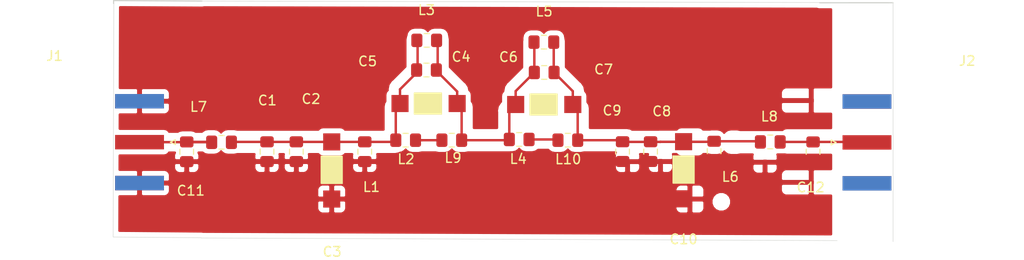
<source format=kicad_pcb>
(kicad_pcb (version 20171130) (host pcbnew "(6.0.0-rc1-dev-305-gf0b8b21)")

  (general
    (thickness 1.6)
    (drawings 8)
    (tracks 50)
    (zones 0)
    (modules 24)
    (nets 9)
  )

  (page A4)
  (layers
    (0 F.Cu signal)
    (31 B.Cu signal)
    (32 B.Adhes user)
    (33 F.Adhes user)
    (34 B.Paste user)
    (35 F.Paste user)
    (36 B.SilkS user)
    (37 F.SilkS user)
    (38 B.Mask user)
    (39 F.Mask user)
    (40 Dwgs.User user)
    (41 Cmts.User user)
    (42 Eco1.User user)
    (43 Eco2.User user)
    (44 Edge.Cuts user)
    (45 Margin user)
    (46 B.CrtYd user)
    (47 F.CrtYd user)
    (48 B.Fab user)
    (49 F.Fab user)
  )

  (setup
    (last_trace_width 0.25)
    (trace_clearance 0.2)
    (zone_clearance 0.508)
    (zone_45_only no)
    (trace_min 0.2)
    (via_size 0.8)
    (via_drill 0.4)
    (via_min_size 0.4)
    (via_min_drill 0.3)
    (uvia_size 0.3)
    (uvia_drill 0.1)
    (uvias_allowed no)
    (uvia_min_size 0.2)
    (uvia_min_drill 0.1)
    (edge_width 0.05)
    (segment_width 0.2)
    (pcb_text_width 0.3)
    (pcb_text_size 1.5 1.5)
    (mod_edge_width 0.12)
    (mod_text_size 1 1)
    (mod_text_width 0.15)
    (pad_size 1.15 1.4)
    (pad_drill 0)
    (pad_to_mask_clearance 0.2)
    (aux_axis_origin 0 0)
    (visible_elements FFFFFF7F)
    (pcbplotparams
      (layerselection 0x01000_7fffffff)
      (usegerberextensions false)
      (usegerberattributes false)
      (usegerberadvancedattributes false)
      (creategerberjobfile false)
      (excludeedgelayer true)
      (linewidth 0.100000)
      (plotframeref false)
      (viasonmask false)
      (mode 1)
      (useauxorigin false)
      (hpglpennumber 1)
      (hpglpenspeed 20)
      (hpglpendiameter 15.000000)
      (psnegative false)
      (psa4output false)
      (plotreference true)
      (plotvalue true)
      (plotinvisibletext false)
      (padsonsilk false)
      (subtractmaskfromsilk false)
      (outputformat 1)
      (mirror false)
      (drillshape 0)
      (scaleselection 1)
      (outputdirectory "../../../../../../../../../../Volumes/USB30FD/Conner/29.4 MHz Bandpass Filter/3rd Order Inverse/Series Inductors/"))
  )

  (net 0 "")
  (net 1 "Net-(C1-Pad1)")
  (net 2 GND)
  (net 3 "Net-(C4-Pad1)")
  (net 4 "Net-(C10-Pad1)")
  (net 5 "Net-(C11-Pad1)")
  (net 6 "Net-(C12-Pad1)")
  (net 7 "Net-(L2-Pad2)")
  (net 8 "Net-(L10-Pad1)")

  (net_class Default "This is the default net class."
    (clearance 0.2)
    (trace_width 0.25)
    (via_dia 0.8)
    (via_drill 0.4)
    (uvia_dia 0.3)
    (uvia_drill 0.1)
    (add_net GND)
    (add_net "Net-(C1-Pad1)")
    (add_net "Net-(C10-Pad1)")
    (add_net "Net-(C11-Pad1)")
    (add_net "Net-(C12-Pad1)")
    (add_net "Net-(C4-Pad1)")
    (add_net "Net-(L10-Pad1)")
    (add_net "Net-(L2-Pad2)")
  )

  (module Inductor_SMD:L_0805_2012Metric_Pad1.15x1.40mm_HandSolder (layer F.Cu) (tedit 5E4086E7) (tstamp 5E4089D0)
    (at 120.99 43.35)
    (descr "Capacitor SMD 0805 (2012 Metric), square (rectangular) end terminal, IPC_7351 nominal with elongated pad for handsoldering. (Body size source: https://docs.google.com/spreadsheets/d/1BsfQQcO9C6DZCsRaXUlFlo91Tg2WpOkGARC1WS5S8t0/edit?usp=sharing), generated with kicad-footprint-generator")
    (tags "inductor handsolder")
    (path /5E2812E7)
    (attr smd)
    (fp_text reference L7 (at -2.39 -3.69) (layer F.SilkS)
      (effects (font (size 1 1) (thickness 0.15)))
    )
    (fp_text value "Shorted Connection" (at -4.8 -2.18) (layer F.Fab)
      (effects (font (size 1 1) (thickness 0.15)))
    )
    (fp_text user %R (at 0 0) (layer F.Fab)
      (effects (font (size 0.5 0.5) (thickness 0.08)))
    )
    (fp_line (start 1.85 0.95) (end -1.85 0.95) (layer F.CrtYd) (width 0.05))
    (fp_line (start 1.85 -0.95) (end 1.85 0.95) (layer F.CrtYd) (width 0.05))
    (fp_line (start -1.85 -0.95) (end 1.85 -0.95) (layer F.CrtYd) (width 0.05))
    (fp_line (start -1.85 0.95) (end -1.85 -0.95) (layer F.CrtYd) (width 0.05))
    (fp_line (start -0.261252 0.71) (end 0.261252 0.71) (layer F.SilkS) (width 0.12))
    (fp_line (start -0.261252 -0.71) (end 0.261252 -0.71) (layer F.SilkS) (width 0.12))
    (fp_line (start 1 0.6) (end -1 0.6) (layer F.Fab) (width 0.1))
    (fp_line (start 1 -0.6) (end 1 0.6) (layer F.Fab) (width 0.1))
    (fp_line (start -1 -0.6) (end 1 -0.6) (layer F.Fab) (width 0.1))
    (fp_line (start -1 0.6) (end -1 -0.6) (layer F.Fab) (width 0.1))
    (pad 2 smd roundrect (at 1.025 0) (size 1.15 1.4) (layers F.Cu F.Paste F.Mask) (roundrect_rratio 0.217)
      (net 1 "Net-(C1-Pad1)"))
    (pad 1 smd roundrect (at -1.025 0) (size 1.15 1.4) (layers F.Cu F.Paste F.Mask) (roundrect_rratio 0.217)
      (net 5 "Net-(C11-Pad1)"))
    (model ${KISYS3DMOD}/Inductor_SMD.3dshapes/L_0805_2012Metric.wrl
      (at (xyz 0 0 0))
      (scale (xyz 1 1 1))
      (rotate (xyz 0 0 0))
    )
  )

  (module Capacitor_SMD:C_0805_2012Metric_Pad1.15x1.40mm_HandSolder (layer F.Cu) (tedit 5B36C52B) (tstamp 5E280ECE)
    (at 117.3734 44.332 270)
    (descr "Capacitor SMD 0805 (2012 Metric), square (rectangular) end terminal, IPC_7351 nominal with elongated pad for handsoldering. (Body size source: https://docs.google.com/spreadsheets/d/1BsfQQcO9C6DZCsRaXUlFlo91Tg2WpOkGARC1WS5S8t0/edit?usp=sharing), generated with kicad-footprint-generator")
    (tags "capacitor handsolder")
    (path /5E28138E)
    (attr smd)
    (fp_text reference C11 (at 4.038 -0.4266) (layer F.SilkS)
      (effects (font (size 1 1) (thickness 0.15)))
    )
    (fp_text value "No Connect" (at 6.168 -0.4266) (layer F.Fab)
      (effects (font (size 1 1) (thickness 0.15)))
    )
    (fp_line (start -1 0.6) (end -1 -0.6) (layer F.Fab) (width 0.1))
    (fp_line (start -1 -0.6) (end 1 -0.6) (layer F.Fab) (width 0.1))
    (fp_line (start 1 -0.6) (end 1 0.6) (layer F.Fab) (width 0.1))
    (fp_line (start 1 0.6) (end -1 0.6) (layer F.Fab) (width 0.1))
    (fp_line (start -0.261252 -0.71) (end 0.261252 -0.71) (layer F.SilkS) (width 0.12))
    (fp_line (start -0.261252 0.71) (end 0.261252 0.71) (layer F.SilkS) (width 0.12))
    (fp_line (start -1.85 0.95) (end -1.85 -0.95) (layer F.CrtYd) (width 0.05))
    (fp_line (start -1.85 -0.95) (end 1.85 -0.95) (layer F.CrtYd) (width 0.05))
    (fp_line (start 1.85 -0.95) (end 1.85 0.95) (layer F.CrtYd) (width 0.05))
    (fp_line (start 1.85 0.95) (end -1.85 0.95) (layer F.CrtYd) (width 0.05))
    (fp_text user %R (at 0 0 270) (layer F.Fab)
      (effects (font (size 0.5 0.5) (thickness 0.08)))
    )
    (pad 1 smd roundrect (at -1.025 0 270) (size 1.15 1.4) (layers F.Cu F.Paste F.Mask) (roundrect_rratio 0.217391)
      (net 5 "Net-(C11-Pad1)"))
    (pad 2 smd roundrect (at 1.025 0 270) (size 1.15 1.4) (layers F.Cu F.Paste F.Mask) (roundrect_rratio 0.217391)
      (net 2 GND))
    (model ${KISYS3DMOD}/Capacitor_SMD.3dshapes/C_0805_2012Metric.wrl
      (at (xyz 0 0 0))
      (scale (xyz 1 1 1))
      (rotate (xyz 0 0 0))
    )
  )

  (module Capacitor_SMD:C_0805_2012Metric_Pad1.15x1.40mm_HandSolder (layer F.Cu) (tedit 5B36C52B) (tstamp 5E27C3FC)
    (at 125.714 44.323 270)
    (descr "Capacitor SMD 0805 (2012 Metric), square (rectangular) end terminal, IPC_7351 nominal with elongated pad for handsoldering. (Body size source: https://docs.google.com/spreadsheets/d/1BsfQQcO9C6DZCsRaXUlFlo91Tg2WpOkGARC1WS5S8t0/edit?usp=sharing), generated with kicad-footprint-generator")
    (tags "capacitor handsolder")
    (path /5E276963)
    (attr smd)
    (fp_text reference C1 (at -5.323 -0.036) (layer F.SilkS)
      (effects (font (size 1 1) (thickness 0.15)))
    )
    (fp_text value 560p (at -3.603 -0.426) (layer F.Fab)
      (effects (font (size 1 1) (thickness 0.15)))
    )
    (fp_line (start -1 0.6) (end -1 -0.6) (layer F.Fab) (width 0.1))
    (fp_line (start -1 -0.6) (end 1 -0.6) (layer F.Fab) (width 0.1))
    (fp_line (start 1 -0.6) (end 1 0.6) (layer F.Fab) (width 0.1))
    (fp_line (start 1 0.6) (end -1 0.6) (layer F.Fab) (width 0.1))
    (fp_line (start -0.261252 -0.71) (end 0.261252 -0.71) (layer F.SilkS) (width 0.12))
    (fp_line (start -0.261252 0.71) (end 0.261252 0.71) (layer F.SilkS) (width 0.12))
    (fp_line (start -1.85 0.95) (end -1.85 -0.95) (layer F.CrtYd) (width 0.05))
    (fp_line (start -1.85 -0.95) (end 1.85 -0.95) (layer F.CrtYd) (width 0.05))
    (fp_line (start 1.85 -0.95) (end 1.85 0.95) (layer F.CrtYd) (width 0.05))
    (fp_line (start 1.85 0.95) (end -1.85 0.95) (layer F.CrtYd) (width 0.05))
    (fp_text user %R (at 0 0 270) (layer F.Fab)
      (effects (font (size 0.5 0.5) (thickness 0.08)))
    )
    (pad 1 smd roundrect (at -1.025 0 270) (size 1.15 1.4) (layers F.Cu F.Paste F.Mask) (roundrect_rratio 0.217391)
      (net 1 "Net-(C1-Pad1)"))
    (pad 2 smd roundrect (at 1.025 0 270) (size 1.15 1.4) (layers F.Cu F.Paste F.Mask) (roundrect_rratio 0.217391)
      (net 2 GND))
    (model ${KISYS3DMOD}/Capacitor_SMD.3dshapes/C_0805_2012Metric.wrl
      (at (xyz 0 0 0))
      (scale (xyz 1 1 1))
      (rotate (xyz 0 0 0))
    )
  )

  (module Capacitor_SMD:C_0805_2012Metric_Pad1.15x1.40mm_HandSolder (layer F.Cu) (tedit 5B36C52B) (tstamp 5E27C40D)
    (at 128.762 44.323 270)
    (descr "Capacitor SMD 0805 (2012 Metric), square (rectangular) end terminal, IPC_7351 nominal with elongated pad for handsoldering. (Body size source: https://docs.google.com/spreadsheets/d/1BsfQQcO9C6DZCsRaXUlFlo91Tg2WpOkGARC1WS5S8t0/edit?usp=sharing), generated with kicad-footprint-generator")
    (tags "capacitor handsolder")
    (path /5E27699C)
    (attr smd)
    (fp_text reference C2 (at -5.473 -1.528) (layer F.SilkS)
      (effects (font (size 1 1) (thickness 0.15)))
    )
    (fp_text value 56pF (at -3.523 -1.998) (layer F.Fab)
      (effects (font (size 1 1) (thickness 0.15)))
    )
    (fp_text user %R (at 0 0 270) (layer F.Fab)
      (effects (font (size 0.5 0.5) (thickness 0.08)))
    )
    (fp_line (start 1.85 0.95) (end -1.85 0.95) (layer F.CrtYd) (width 0.05))
    (fp_line (start 1.85 -0.95) (end 1.85 0.95) (layer F.CrtYd) (width 0.05))
    (fp_line (start -1.85 -0.95) (end 1.85 -0.95) (layer F.CrtYd) (width 0.05))
    (fp_line (start -1.85 0.95) (end -1.85 -0.95) (layer F.CrtYd) (width 0.05))
    (fp_line (start -0.261252 0.71) (end 0.261252 0.71) (layer F.SilkS) (width 0.12))
    (fp_line (start -0.261252 -0.71) (end 0.261252 -0.71) (layer F.SilkS) (width 0.12))
    (fp_line (start 1 0.6) (end -1 0.6) (layer F.Fab) (width 0.1))
    (fp_line (start 1 -0.6) (end 1 0.6) (layer F.Fab) (width 0.1))
    (fp_line (start -1 -0.6) (end 1 -0.6) (layer F.Fab) (width 0.1))
    (fp_line (start -1 0.6) (end -1 -0.6) (layer F.Fab) (width 0.1))
    (pad 2 smd roundrect (at 1.025 0 270) (size 1.15 1.4) (layers F.Cu F.Paste F.Mask) (roundrect_rratio 0.217391)
      (net 2 GND))
    (pad 1 smd roundrect (at -1.025 0 270) (size 1.15 1.4) (layers F.Cu F.Paste F.Mask) (roundrect_rratio 0.217391)
      (net 1 "Net-(C1-Pad1)"))
    (model ${KISYS3DMOD}/Capacitor_SMD.3dshapes/C_0805_2012Metric.wrl
      (at (xyz 0 0 0))
      (scale (xyz 1 1 1))
      (rotate (xyz 0 0 0))
    )
  )

  (module "Connector_PinHeader_2.54mm:Variable Capacitor" (layer F.Cu) (tedit 5E20EA9C) (tstamp 5E27C414)
    (at 132.436 45.823124 270)
    (path /5E2769F8)
    (fp_text reference C3 (at 8.896876 -0.044) (layer F.SilkS)
      (effects (font (size 1 1) (thickness 0.15)))
    )
    (fp_text value "No Connect" (at 6.636876 -0.044) (layer F.Fab)
      (effects (font (size 1 1) (thickness 0.15)))
    )
    (fp_poly (pts (xy -1.016 -1.0795) (xy -1.016 1.0795) (xy 1.778 1.0795) (xy 1.778 -1.0795)) (layer F.SilkS) (width 0.15))
    (pad 1 smd rect (at -2.516124 0 270) (size 1.778 1.778) (layers F.Cu F.Paste F.Mask)
      (net 1 "Net-(C1-Pad1)"))
    (pad 2 smd rect (at 3.419348 0 270) (size 1.778 1.778) (layers F.Cu F.Paste F.Mask)
      (net 2 GND))
  )

  (module "Connector_PinHeader_2.54mm:Variable Capacitor" (layer F.Cu) (tedit 5E20EA9C) (tstamp 5E27C42C)
    (at 142.046852 39.3192)
    (path /5E2770B3)
    (fp_text reference C5 (at -5.886852 -4.3792) (layer F.SilkS)
      (effects (font (size 1 1) (thickness 0.15)))
    )
    (fp_text value "No Connect" (at -6.286852 -2.4292) (layer F.Fab)
      (effects (font (size 1 1) (thickness 0.15)))
    )
    (fp_poly (pts (xy -1.016 -1.0795) (xy -1.016 1.0795) (xy 1.778 1.0795) (xy 1.778 -1.0795)) (layer F.SilkS) (width 0.15))
    (pad 1 smd rect (at -2.516124 0) (size 1.778 1.778) (layers F.Cu F.Paste F.Mask)
      (net 1 "Net-(C1-Pad1)"))
    (pad 2 smd rect (at 3.419348 0) (size 1.778 1.778) (layers F.Cu F.Paste F.Mask)
      (net 3 "Net-(C4-Pad1)"))
  )

  (module "Connector_PinHeader_2.54mm:Variable Capacitor" (layer F.Cu) (tedit 5E20EA9C) (tstamp 5E27C444)
    (at 154.061052 39.4208)
    (path /5E2772FD)
    (fp_text reference C7 (at 6.618948 -3.6408) (layer F.SilkS)
      (effects (font (size 1 1) (thickness 0.15)))
    )
    (fp_text value "No Connect" (at 8.038948 -2.1408) (layer F.Fab)
      (effects (font (size 1 1) (thickness 0.15)))
    )
    (fp_poly (pts (xy -1.016 -1.0795) (xy -1.016 1.0795) (xy 1.778 1.0795) (xy 1.778 -1.0795)) (layer F.SilkS) (width 0.15))
    (pad 2 smd rect (at 3.419348 0) (size 1.778 1.778) (layers F.Cu F.Paste F.Mask)
      (net 4 "Net-(C10-Pad1)"))
    (pad 1 smd rect (at -2.516124 0) (size 1.778 1.778) (layers F.Cu F.Paste F.Mask)
      (net 3 "Net-(C4-Pad1)"))
  )

  (module Capacitor_SMD:C_0805_2012Metric_Pad1.15x1.40mm_HandSolder (layer F.Cu) (tedit 5E408714) (tstamp 5E27C455)
    (at 165.56 44.315 270)
    (descr "Capacitor SMD 0805 (2012 Metric), square (rectangular) end terminal, IPC_7351 nominal with elongated pad for handsoldering. (Body size source: https://docs.google.com/spreadsheets/d/1BsfQQcO9C6DZCsRaXUlFlo91Tg2WpOkGARC1WS5S8t0/edit?usp=sharing), generated with kicad-footprint-generator")
    (tags "capacitor handsolder")
    (path /5E276BA2)
    (attr smd)
    (fp_text reference C8 (at -4.185 -1.16) (layer F.SilkS)
      (effects (font (size 1 1) (thickness 0.15)))
    )
    (fp_text value 560pF (at -2.855 -1.33) (layer F.Fab)
      (effects (font (size 1 1) (thickness 0.15)))
    )
    (fp_line (start -1 0.6) (end -1 -0.6) (layer F.Fab) (width 0.1))
    (fp_line (start -1 -0.6) (end 1 -0.6) (layer F.Fab) (width 0.1))
    (fp_line (start 1 -0.6) (end 1 0.6) (layer F.Fab) (width 0.1))
    (fp_line (start 1 0.6) (end -1 0.6) (layer F.Fab) (width 0.1))
    (fp_line (start -0.261252 -0.71) (end 0.261252 -0.71) (layer F.SilkS) (width 0.12))
    (fp_line (start -0.261252 0.71) (end 0.261252 0.71) (layer F.SilkS) (width 0.12))
    (fp_line (start -1.85 0.95) (end -1.85 -0.95) (layer F.CrtYd) (width 0.05))
    (fp_line (start -1.85 -0.95) (end 1.85 -0.95) (layer F.CrtYd) (width 0.05))
    (fp_line (start 1.85 -0.95) (end 1.85 0.95) (layer F.CrtYd) (width 0.05))
    (fp_line (start 1.85 0.95) (end -1.85 0.95) (layer F.CrtYd) (width 0.05))
    (fp_text user %R (at 0 0 270) (layer F.Fab)
      (effects (font (size 0.5 0.5) (thickness 0.08)))
    )
    (pad 1 smd roundrect (at -1.025 0 270) (size 1.15 1.4) (layers F.Cu F.Paste F.Mask) (roundrect_rratio 0.217)
      (net 4 "Net-(C10-Pad1)"))
    (pad 2 smd roundrect (at 1.025 0 270) (size 1.15 1.4) (layers F.Cu F.Paste F.Mask) (roundrect_rratio 0.217391)
      (net 2 GND))
    (model ${KISYS3DMOD}/Capacitor_SMD.3dshapes/C_0805_2012Metric.wrl
      (at (xyz 0 0 0))
      (scale (xyz 1 1 1))
      (rotate (xyz 0 0 0))
    )
  )

  (module Capacitor_SMD:C_0805_2012Metric_Pad1.15x1.40mm_HandSolder (layer F.Cu) (tedit 5B36C52B) (tstamp 5E27C466)
    (at 162.65 44.315 270)
    (descr "Capacitor SMD 0805 (2012 Metric), square (rectangular) end terminal, IPC_7351 nominal with elongated pad for handsoldering. (Body size source: https://docs.google.com/spreadsheets/d/1BsfQQcO9C6DZCsRaXUlFlo91Tg2WpOkGARC1WS5S8t0/edit?usp=sharing), generated with kicad-footprint-generator")
    (tags "capacitor handsolder")
    (path /5E276BEC)
    (attr smd)
    (fp_text reference C9 (at -4.265 1.09) (layer F.SilkS)
      (effects (font (size 1 1) (thickness 0.15)))
    )
    (fp_text value 56pF (at -2.725 0.83) (layer F.Fab)
      (effects (font (size 1 1) (thickness 0.15)))
    )
    (fp_text user %R (at 0 0 270) (layer F.Fab)
      (effects (font (size 0.5 0.5) (thickness 0.08)))
    )
    (fp_line (start 1.85 0.95) (end -1.85 0.95) (layer F.CrtYd) (width 0.05))
    (fp_line (start 1.85 -0.95) (end 1.85 0.95) (layer F.CrtYd) (width 0.05))
    (fp_line (start -1.85 -0.95) (end 1.85 -0.95) (layer F.CrtYd) (width 0.05))
    (fp_line (start -1.85 0.95) (end -1.85 -0.95) (layer F.CrtYd) (width 0.05))
    (fp_line (start -0.261252 0.71) (end 0.261252 0.71) (layer F.SilkS) (width 0.12))
    (fp_line (start -0.261252 -0.71) (end 0.261252 -0.71) (layer F.SilkS) (width 0.12))
    (fp_line (start 1 0.6) (end -1 0.6) (layer F.Fab) (width 0.1))
    (fp_line (start 1 -0.6) (end 1 0.6) (layer F.Fab) (width 0.1))
    (fp_line (start -1 -0.6) (end 1 -0.6) (layer F.Fab) (width 0.1))
    (fp_line (start -1 0.6) (end -1 -0.6) (layer F.Fab) (width 0.1))
    (pad 2 smd roundrect (at 1.025 0 270) (size 1.15 1.4) (layers F.Cu F.Paste F.Mask) (roundrect_rratio 0.217391)
      (net 2 GND))
    (pad 1 smd roundrect (at -1.025 0 270) (size 1.15 1.4) (layers F.Cu F.Paste F.Mask) (roundrect_rratio 0.217391)
      (net 4 "Net-(C10-Pad1)"))
    (model ${KISYS3DMOD}/Capacitor_SMD.3dshapes/C_0805_2012Metric.wrl
      (at (xyz 0 0 0))
      (scale (xyz 1 1 1))
      (rotate (xyz 0 0 0))
    )
  )

  (module "Connector_PinHeader_2.54mm:Variable Capacitor" (layer F.Cu) (tedit 5E20EA9C) (tstamp 5E27C46D)
    (at 168.99 45.8 270)
    (path /5E276C50)
    (fp_text reference C10 (at 7.62 0) (layer F.SilkS)
      (effects (font (size 1 1) (thickness 0.15)))
    )
    (fp_text value "No Connect" (at 6.14 -0.38) (layer F.Fab)
      (effects (font (size 1 1) (thickness 0.15)))
    )
    (fp_poly (pts (xy -1.016 -1.0795) (xy -1.016 1.0795) (xy 1.778 1.0795) (xy 1.778 -1.0795)) (layer F.SilkS) (width 0.15))
    (pad 2 smd rect (at 3.419348 0 270) (size 1.778 1.778) (layers F.Cu F.Paste F.Mask)
      (net 2 GND))
    (pad 1 smd rect (at -2.516124 0 270) (size 1.778 1.778) (layers F.Cu F.Paste F.Mask)
      (net 4 "Net-(C10-Pad1)"))
  )

  (module Connector_Coaxial:SMA_Amphenol_132289_EdgeMount (layer F.Cu) (tedit 5A1C1810) (tstamp 5E27C490)
    (at 112.4712 43.3324 180)
    (descr http://www.amphenolrf.com/132289.html)
    (tags SMA)
    (path /5E2774D2)
    (attr smd)
    (fp_text reference J1 (at 8.8212 8.9524) (layer F.SilkS)
      (effects (font (size 1 1) (thickness 0.15)))
    )
    (fp_text value Conn_Coaxial (at 8.7612 7.4424 180) (layer F.Fab)
      (effects (font (size 1 1) (thickness 0.15)))
    )
    (fp_line (start -1.91 5.08) (end 4.445 5.08) (layer F.Fab) (width 0.1))
    (fp_line (start -1.91 3.81) (end -1.91 5.08) (layer F.Fab) (width 0.1))
    (fp_line (start 2.54 3.81) (end -1.91 3.81) (layer F.Fab) (width 0.1))
    (fp_line (start 2.54 -3.81) (end 2.54 3.81) (layer F.Fab) (width 0.1))
    (fp_line (start -1.91 -3.81) (end 2.54 -3.81) (layer F.Fab) (width 0.1))
    (fp_line (start -1.91 -5.08) (end -1.91 -3.81) (layer F.Fab) (width 0.1))
    (fp_line (start -1.91 -5.08) (end 4.445 -5.08) (layer F.Fab) (width 0.1))
    (fp_line (start 4.445 -3.81) (end 4.445 -5.08) (layer F.Fab) (width 0.1))
    (fp_line (start 4.445 5.08) (end 4.445 3.81) (layer F.Fab) (width 0.1))
    (fp_line (start 13.97 3.81) (end 4.445 3.81) (layer F.Fab) (width 0.1))
    (fp_line (start 13.97 -3.81) (end 13.97 3.81) (layer F.Fab) (width 0.1))
    (fp_line (start 4.445 -3.81) (end 13.97 -3.81) (layer F.Fab) (width 0.1))
    (fp_line (start -3.04 5.58) (end -3.04 -5.58) (layer B.CrtYd) (width 0.05))
    (fp_line (start 14.47 5.58) (end -3.04 5.58) (layer B.CrtYd) (width 0.05))
    (fp_line (start 14.47 -5.58) (end 14.47 5.58) (layer B.CrtYd) (width 0.05))
    (fp_line (start 14.47 -5.58) (end -3.04 -5.58) (layer B.CrtYd) (width 0.05))
    (fp_line (start -3.04 5.58) (end -3.04 -5.58) (layer F.CrtYd) (width 0.05))
    (fp_line (start 14.47 5.58) (end -3.04 5.58) (layer F.CrtYd) (width 0.05))
    (fp_line (start 14.47 -5.58) (end 14.47 5.58) (layer F.CrtYd) (width 0.05))
    (fp_line (start 14.47 -5.58) (end -3.04 -5.58) (layer F.CrtYd) (width 0.05))
    (fp_text user %R (at 4.79 0 90) (layer F.Fab)
      (effects (font (size 1 1) (thickness 0.15)))
    )
    (fp_line (start 2.54 -0.75) (end 3.54 0) (layer F.Fab) (width 0.1))
    (fp_line (start 3.54 0) (end 2.54 0.75) (layer F.Fab) (width 0.1))
    (fp_line (start -3.21 0) (end -3.71 -0.25) (layer F.SilkS) (width 0.12))
    (fp_line (start -3.71 -0.25) (end -3.71 0.25) (layer F.SilkS) (width 0.12))
    (fp_line (start -3.71 0.25) (end -3.21 0) (layer F.SilkS) (width 0.12))
    (pad 1 smd rect (at 0 0 270) (size 1.5 5.08) (layers F.Cu F.Paste F.Mask)
      (net 5 "Net-(C11-Pad1)"))
    (pad 2 smd rect (at 0 -4.25 270) (size 1.5 5.08) (layers F.Cu F.Paste F.Mask)
      (net 2 GND))
    (pad 2 smd rect (at 0 4.25 270) (size 1.5 5.08) (layers F.Cu F.Paste F.Mask)
      (net 2 GND))
    (pad 2 smd rect (at 0 -4.25 270) (size 1.5 5.08) (layers B.Cu B.Paste B.Mask)
      (net 2 GND))
    (pad 2 smd rect (at 0 4.25 270) (size 1.5 5.08) (layers B.Cu B.Paste B.Mask)
      (net 2 GND))
    (model ${KISYS3DMOD}/Connector_Coaxial.3dshapes/SMA_Amphenol_132289_EdgeMount.wrl
      (at (xyz 0 0 0))
      (scale (xyz 1 1 1))
      (rotate (xyz 0 0 0))
    )
  )

  (module Connector_Coaxial:SMA_Amphenol_132289_EdgeMount (layer F.Cu) (tedit 5A1C1810) (tstamp 5E27C4B3)
    (at 188.04 43.36)
    (descr http://www.amphenolrf.com/132289.html)
    (tags SMA)
    (path /5E27740C)
    (attr smd)
    (fp_text reference J2 (at 10.41 -8.47 180) (layer F.SilkS)
      (effects (font (size 1 1) (thickness 0.15)))
    )
    (fp_text value Conn_Coaxial (at 11.2 -6.97) (layer F.Fab)
      (effects (font (size 1 1) (thickness 0.15)))
    )
    (fp_line (start -3.71 0.25) (end -3.21 0) (layer F.SilkS) (width 0.12))
    (fp_line (start -3.71 -0.25) (end -3.71 0.25) (layer F.SilkS) (width 0.12))
    (fp_line (start -3.21 0) (end -3.71 -0.25) (layer F.SilkS) (width 0.12))
    (fp_line (start 3.54 0) (end 2.54 0.75) (layer F.Fab) (width 0.1))
    (fp_line (start 2.54 -0.75) (end 3.54 0) (layer F.Fab) (width 0.1))
    (fp_text user %R (at 4.79 0 270) (layer F.Fab)
      (effects (font (size 1 1) (thickness 0.15)))
    )
    (fp_line (start 14.47 -5.58) (end -3.04 -5.58) (layer F.CrtYd) (width 0.05))
    (fp_line (start 14.47 -5.58) (end 14.47 5.58) (layer F.CrtYd) (width 0.05))
    (fp_line (start 14.47 5.58) (end -3.04 5.58) (layer F.CrtYd) (width 0.05))
    (fp_line (start -3.04 5.58) (end -3.04 -5.58) (layer F.CrtYd) (width 0.05))
    (fp_line (start 14.47 -5.58) (end -3.04 -5.58) (layer B.CrtYd) (width 0.05))
    (fp_line (start 14.47 -5.58) (end 14.47 5.58) (layer B.CrtYd) (width 0.05))
    (fp_line (start 14.47 5.58) (end -3.04 5.58) (layer B.CrtYd) (width 0.05))
    (fp_line (start -3.04 5.58) (end -3.04 -5.58) (layer B.CrtYd) (width 0.05))
    (fp_line (start 4.445 -3.81) (end 13.97 -3.81) (layer F.Fab) (width 0.1))
    (fp_line (start 13.97 -3.81) (end 13.97 3.81) (layer F.Fab) (width 0.1))
    (fp_line (start 13.97 3.81) (end 4.445 3.81) (layer F.Fab) (width 0.1))
    (fp_line (start 4.445 5.08) (end 4.445 3.81) (layer F.Fab) (width 0.1))
    (fp_line (start 4.445 -3.81) (end 4.445 -5.08) (layer F.Fab) (width 0.1))
    (fp_line (start -1.91 -5.08) (end 4.445 -5.08) (layer F.Fab) (width 0.1))
    (fp_line (start -1.91 -5.08) (end -1.91 -3.81) (layer F.Fab) (width 0.1))
    (fp_line (start -1.91 -3.81) (end 2.54 -3.81) (layer F.Fab) (width 0.1))
    (fp_line (start 2.54 -3.81) (end 2.54 3.81) (layer F.Fab) (width 0.1))
    (fp_line (start 2.54 3.81) (end -1.91 3.81) (layer F.Fab) (width 0.1))
    (fp_line (start -1.91 3.81) (end -1.91 5.08) (layer F.Fab) (width 0.1))
    (fp_line (start -1.91 5.08) (end 4.445 5.08) (layer F.Fab) (width 0.1))
    (pad 2 smd rect (at 0 4.25 90) (size 1.5 5.08) (layers B.Cu B.Paste B.Mask)
      (net 2 GND))
    (pad 2 smd rect (at 0 -4.25 90) (size 1.5 5.08) (layers B.Cu B.Paste B.Mask)
      (net 2 GND))
    (pad 2 smd rect (at 0 4.25 90) (size 1.5 5.08) (layers F.Cu F.Paste F.Mask)
      (net 2 GND))
    (pad 2 smd rect (at 0 -4.25 90) (size 1.5 5.08) (layers F.Cu F.Paste F.Mask)
      (net 2 GND))
    (pad 1 smd rect (at 0 0 90) (size 1.5 5.08) (layers F.Cu F.Paste F.Mask)
      (net 6 "Net-(C12-Pad1)"))
    (model ${KISYS3DMOD}/Connector_Coaxial.3dshapes/SMA_Amphenol_132289_EdgeMount.wrl
      (at (xyz 0 0 0))
      (scale (xyz 1 1 1))
      (rotate (xyz 0 0 0))
    )
  )

  (module Inductor_SMD:L_0805_2012Metric_Pad1.15x1.40mm_HandSolder (layer F.Cu) (tedit 5B36C52B) (tstamp 5E27C4C4)
    (at 135.865 44.323 270)
    (descr "Capacitor SMD 0805 (2012 Metric), square (rectangular) end terminal, IPC_7351 nominal with elongated pad for handsoldering. (Body size source: https://docs.google.com/spreadsheets/d/1BsfQQcO9C6DZCsRaXUlFlo91Tg2WpOkGARC1WS5S8t0/edit?usp=sharing), generated with kicad-footprint-generator")
    (tags "inductor handsolder")
    (path /5E276A4B)
    (attr smd)
    (fp_text reference L1 (at 3.667 -0.695) (layer F.SilkS)
      (effects (font (size 1 1) (thickness 0.15)))
    )
    (fp_text value 47nH (at 5.207 -0.815) (layer F.Fab)
      (effects (font (size 1 1) (thickness 0.15)))
    )
    (fp_line (start -1 0.6) (end -1 -0.6) (layer F.Fab) (width 0.1))
    (fp_line (start -1 -0.6) (end 1 -0.6) (layer F.Fab) (width 0.1))
    (fp_line (start 1 -0.6) (end 1 0.6) (layer F.Fab) (width 0.1))
    (fp_line (start 1 0.6) (end -1 0.6) (layer F.Fab) (width 0.1))
    (fp_line (start -0.261252 -0.71) (end 0.261252 -0.71) (layer F.SilkS) (width 0.12))
    (fp_line (start -0.261252 0.71) (end 0.261252 0.71) (layer F.SilkS) (width 0.12))
    (fp_line (start -1.85 0.95) (end -1.85 -0.95) (layer F.CrtYd) (width 0.05))
    (fp_line (start -1.85 -0.95) (end 1.85 -0.95) (layer F.CrtYd) (width 0.05))
    (fp_line (start 1.85 -0.95) (end 1.85 0.95) (layer F.CrtYd) (width 0.05))
    (fp_line (start 1.85 0.95) (end -1.85 0.95) (layer F.CrtYd) (width 0.05))
    (fp_text user %R (at 0 0 270) (layer F.Fab)
      (effects (font (size 0.5 0.5) (thickness 0.08)))
    )
    (pad 1 smd roundrect (at -1.025 0 270) (size 1.15 1.4) (layers F.Cu F.Paste F.Mask) (roundrect_rratio 0.217391)
      (net 1 "Net-(C1-Pad1)"))
    (pad 2 smd roundrect (at 1.025 0 270) (size 1.15 1.4) (layers F.Cu F.Paste F.Mask) (roundrect_rratio 0.217391)
      (net 2 GND))
    (model ${KISYS3DMOD}/Inductor_SMD.3dshapes/L_0805_2012Metric.wrl
      (at (xyz 0 0 0))
      (scale (xyz 1 1 1))
      (rotate (xyz 0 0 0))
    )
  )

  (module Inductor_SMD:L_0805_2012Metric_Pad1.15x1.40mm_HandSolder (layer F.Cu) (tedit 5B36C52B) (tstamp 5E27C4D5)
    (at 140.1158 43.1292)
    (descr "Capacitor SMD 0805 (2012 Metric), square (rectangular) end terminal, IPC_7351 nominal with elongated pad for handsoldering. (Body size source: https://docs.google.com/spreadsheets/d/1BsfQQcO9C6DZCsRaXUlFlo91Tg2WpOkGARC1WS5S8t0/edit?usp=sharing), generated with kicad-footprint-generator")
    (tags "inductor handsolder")
    (path /5E277001)
    (attr smd)
    (fp_text reference L2 (at 0.0342 1.9708) (layer F.SilkS)
      (effects (font (size 1 1) (thickness 0.15)))
    )
    (fp_text value 680nH (at -0.0358 3.3708) (layer F.Fab)
      (effects (font (size 1 1) (thickness 0.15)))
    )
    (fp_text user %R (at 0 0) (layer F.Fab)
      (effects (font (size 0.5 0.5) (thickness 0.08)))
    )
    (fp_line (start 1.85 0.95) (end -1.85 0.95) (layer F.CrtYd) (width 0.05))
    (fp_line (start 1.85 -0.95) (end 1.85 0.95) (layer F.CrtYd) (width 0.05))
    (fp_line (start -1.85 -0.95) (end 1.85 -0.95) (layer F.CrtYd) (width 0.05))
    (fp_line (start -1.85 0.95) (end -1.85 -0.95) (layer F.CrtYd) (width 0.05))
    (fp_line (start -0.261252 0.71) (end 0.261252 0.71) (layer F.SilkS) (width 0.12))
    (fp_line (start -0.261252 -0.71) (end 0.261252 -0.71) (layer F.SilkS) (width 0.12))
    (fp_line (start 1 0.6) (end -1 0.6) (layer F.Fab) (width 0.1))
    (fp_line (start 1 -0.6) (end 1 0.6) (layer F.Fab) (width 0.1))
    (fp_line (start -1 -0.6) (end 1 -0.6) (layer F.Fab) (width 0.1))
    (fp_line (start -1 0.6) (end -1 -0.6) (layer F.Fab) (width 0.1))
    (pad 2 smd roundrect (at 1.025 0) (size 1.15 1.4) (layers F.Cu F.Paste F.Mask) (roundrect_rratio 0.217391)
      (net 7 "Net-(L2-Pad2)"))
    (pad 1 smd roundrect (at -1.025 0) (size 1.15 1.4) (layers F.Cu F.Paste F.Mask) (roundrect_rratio 0.217391)
      (net 1 "Net-(C1-Pad1)"))
    (model ${KISYS3DMOD}/Inductor_SMD.3dshapes/L_0805_2012Metric.wrl
      (at (xyz 0 0 0))
      (scale (xyz 1 1 1))
      (rotate (xyz 0 0 0))
    )
  )

  (module Inductor_SMD:L_0805_2012Metric_Pad1.15x1.40mm_HandSolder (layer F.Cu) (tedit 5B36C52B) (tstamp 5E27C4E6)
    (at 142.305 32.76)
    (descr "Capacitor SMD 0805 (2012 Metric), square (rectangular) end terminal, IPC_7351 nominal with elongated pad for handsoldering. (Body size source: https://docs.google.com/spreadsheets/d/1BsfQQcO9C6DZCsRaXUlFlo91Tg2WpOkGARC1WS5S8t0/edit?usp=sharing), generated with kicad-footprint-generator")
    (tags "inductor handsolder")
    (path /5E276AB0)
    (attr smd)
    (fp_text reference L3 (at -0.025 -3.15) (layer F.SilkS)
      (effects (font (size 1 1) (thickness 0.15)))
    )
    (fp_text value "No Connect" (at 0.045 -1.82) (layer F.Fab)
      (effects (font (size 1 1) (thickness 0.15)))
    )
    (fp_text user %R (at 0 0) (layer F.Fab)
      (effects (font (size 0.5 0.5) (thickness 0.08)))
    )
    (fp_line (start 1.85 0.95) (end -1.85 0.95) (layer F.CrtYd) (width 0.05))
    (fp_line (start 1.85 -0.95) (end 1.85 0.95) (layer F.CrtYd) (width 0.05))
    (fp_line (start -1.85 -0.95) (end 1.85 -0.95) (layer F.CrtYd) (width 0.05))
    (fp_line (start -1.85 0.95) (end -1.85 -0.95) (layer F.CrtYd) (width 0.05))
    (fp_line (start -0.261252 0.71) (end 0.261252 0.71) (layer F.SilkS) (width 0.12))
    (fp_line (start -0.261252 -0.71) (end 0.261252 -0.71) (layer F.SilkS) (width 0.12))
    (fp_line (start 1 0.6) (end -1 0.6) (layer F.Fab) (width 0.1))
    (fp_line (start 1 -0.6) (end 1 0.6) (layer F.Fab) (width 0.1))
    (fp_line (start -1 -0.6) (end 1 -0.6) (layer F.Fab) (width 0.1))
    (fp_line (start -1 0.6) (end -1 -0.6) (layer F.Fab) (width 0.1))
    (pad 2 smd roundrect (at 1.025 0) (size 1.15 1.4) (layers F.Cu F.Paste F.Mask) (roundrect_rratio 0.217391)
      (net 3 "Net-(C4-Pad1)"))
    (pad 1 smd roundrect (at -1.025 0) (size 1.15 1.4) (layers F.Cu F.Paste F.Mask) (roundrect_rratio 0.217391)
      (net 1 "Net-(C1-Pad1)"))
    (model ${KISYS3DMOD}/Inductor_SMD.3dshapes/L_0805_2012Metric.wrl
      (at (xyz 0 0 0))
      (scale (xyz 1 1 1))
      (rotate (xyz 0 0 0))
    )
  )

  (module Inductor_SMD:L_0805_2012Metric_Pad1.15x1.40mm_HandSolder (layer F.Cu) (tedit 5B36C52B) (tstamp 5E27C4F7)
    (at 151.9088 43.053)
    (descr "Capacitor SMD 0805 (2012 Metric), square (rectangular) end terminal, IPC_7351 nominal with elongated pad for handsoldering. (Body size source: https://docs.google.com/spreadsheets/d/1BsfQQcO9C6DZCsRaXUlFlo91Tg2WpOkGARC1WS5S8t0/edit?usp=sharing), generated with kicad-footprint-generator")
    (tags "inductor handsolder")
    (path /5E276F67)
    (attr smd)
    (fp_text reference L4 (at -0.0988 2.027) (layer F.SilkS)
      (effects (font (size 1 1) (thickness 0.15)))
    )
    (fp_text value 1.5uH (at -0.0588 3.517) (layer F.Fab)
      (effects (font (size 1 1) (thickness 0.15)))
    )
    (fp_line (start -1 0.6) (end -1 -0.6) (layer F.Fab) (width 0.1))
    (fp_line (start -1 -0.6) (end 1 -0.6) (layer F.Fab) (width 0.1))
    (fp_line (start 1 -0.6) (end 1 0.6) (layer F.Fab) (width 0.1))
    (fp_line (start 1 0.6) (end -1 0.6) (layer F.Fab) (width 0.1))
    (fp_line (start -0.261252 -0.71) (end 0.261252 -0.71) (layer F.SilkS) (width 0.12))
    (fp_line (start -0.261252 0.71) (end 0.261252 0.71) (layer F.SilkS) (width 0.12))
    (fp_line (start -1.85 0.95) (end -1.85 -0.95) (layer F.CrtYd) (width 0.05))
    (fp_line (start -1.85 -0.95) (end 1.85 -0.95) (layer F.CrtYd) (width 0.05))
    (fp_line (start 1.85 -0.95) (end 1.85 0.95) (layer F.CrtYd) (width 0.05))
    (fp_line (start 1.85 0.95) (end -1.85 0.95) (layer F.CrtYd) (width 0.05))
    (fp_text user %R (at 0 0) (layer F.Fab)
      (effects (font (size 0.5 0.5) (thickness 0.08)))
    )
    (pad 1 smd roundrect (at -1.025 0) (size 1.15 1.4) (layers F.Cu F.Paste F.Mask) (roundrect_rratio 0.217391)
      (net 3 "Net-(C4-Pad1)"))
    (pad 2 smd roundrect (at 1.025 0) (size 1.15 1.4) (layers F.Cu F.Paste F.Mask) (roundrect_rratio 0.217391)
      (net 8 "Net-(L10-Pad1)"))
    (model ${KISYS3DMOD}/Inductor_SMD.3dshapes/L_0805_2012Metric.wrl
      (at (xyz 0 0 0))
      (scale (xyz 1 1 1))
      (rotate (xyz 0 0 0))
    )
  )

  (module Inductor_SMD:L_0805_2012Metric_Pad1.15x1.40mm_HandSolder (layer F.Cu) (tedit 5B36C52B) (tstamp 5E27C508)
    (at 154.4742 32.9438)
    (descr "Capacitor SMD 0805 (2012 Metric), square (rectangular) end terminal, IPC_7351 nominal with elongated pad for handsoldering. (Body size source: https://docs.google.com/spreadsheets/d/1BsfQQcO9C6DZCsRaXUlFlo91Tg2WpOkGARC1WS5S8t0/edit?usp=sharing), generated with kicad-footprint-generator")
    (tags "inductor handsolder")
    (path /5E276DA0)
    (attr smd)
    (fp_text reference L5 (at 0.0258 -3.1838) (layer F.SilkS)
      (effects (font (size 1 1) (thickness 0.15)))
    )
    (fp_text value "No Connect" (at 0.0258 -1.8538) (layer F.Fab)
      (effects (font (size 1 1) (thickness 0.15)))
    )
    (fp_text user %R (at 0 0) (layer F.Fab)
      (effects (font (size 0.5 0.5) (thickness 0.08)))
    )
    (fp_line (start 1.85 0.95) (end -1.85 0.95) (layer F.CrtYd) (width 0.05))
    (fp_line (start 1.85 -0.95) (end 1.85 0.95) (layer F.CrtYd) (width 0.05))
    (fp_line (start -1.85 -0.95) (end 1.85 -0.95) (layer F.CrtYd) (width 0.05))
    (fp_line (start -1.85 0.95) (end -1.85 -0.95) (layer F.CrtYd) (width 0.05))
    (fp_line (start -0.261252 0.71) (end 0.261252 0.71) (layer F.SilkS) (width 0.12))
    (fp_line (start -0.261252 -0.71) (end 0.261252 -0.71) (layer F.SilkS) (width 0.12))
    (fp_line (start 1 0.6) (end -1 0.6) (layer F.Fab) (width 0.1))
    (fp_line (start 1 -0.6) (end 1 0.6) (layer F.Fab) (width 0.1))
    (fp_line (start -1 -0.6) (end 1 -0.6) (layer F.Fab) (width 0.1))
    (fp_line (start -1 0.6) (end -1 -0.6) (layer F.Fab) (width 0.1))
    (pad 2 smd roundrect (at 1.025 0) (size 1.15 1.4) (layers F.Cu F.Paste F.Mask) (roundrect_rratio 0.217391)
      (net 4 "Net-(C10-Pad1)"))
    (pad 1 smd roundrect (at -1.025 0) (size 1.15 1.4) (layers F.Cu F.Paste F.Mask) (roundrect_rratio 0.217391)
      (net 3 "Net-(C4-Pad1)"))
    (model ${KISYS3DMOD}/Inductor_SMD.3dshapes/L_0805_2012Metric.wrl
      (at (xyz 0 0 0))
      (scale (xyz 1 1 1))
      (rotate (xyz 0 0 0))
    )
  )

  (module Inductor_SMD:L_0805_2012Metric_Pad1.15x1.40mm_HandSolder (layer F.Cu) (tedit 5B36C52B) (tstamp 5E27C519)
    (at 172.16 44.265 270)
    (descr "Capacitor SMD 0805 (2012 Metric), square (rectangular) end terminal, IPC_7351 nominal with elongated pad for handsoldering. (Body size source: https://docs.google.com/spreadsheets/d/1BsfQQcO9C6DZCsRaXUlFlo91Tg2WpOkGARC1WS5S8t0/edit?usp=sharing), generated with kicad-footprint-generator")
    (tags "inductor handsolder")
    (path /5E276CB9)
    (attr smd)
    (fp_text reference L6 (at 2.665 -1.68) (layer F.SilkS)
      (effects (font (size 1 1) (thickness 0.15)))
    )
    (fp_text value 47nH (at 4.015 -2.14) (layer F.Fab)
      (effects (font (size 1 1) (thickness 0.15)))
    )
    (fp_line (start -1 0.6) (end -1 -0.6) (layer F.Fab) (width 0.1))
    (fp_line (start -1 -0.6) (end 1 -0.6) (layer F.Fab) (width 0.1))
    (fp_line (start 1 -0.6) (end 1 0.6) (layer F.Fab) (width 0.1))
    (fp_line (start 1 0.6) (end -1 0.6) (layer F.Fab) (width 0.1))
    (fp_line (start -0.261252 -0.71) (end 0.261252 -0.71) (layer F.SilkS) (width 0.12))
    (fp_line (start -0.261252 0.71) (end 0.261252 0.71) (layer F.SilkS) (width 0.12))
    (fp_line (start -1.85 0.95) (end -1.85 -0.95) (layer F.CrtYd) (width 0.05))
    (fp_line (start -1.85 -0.95) (end 1.85 -0.95) (layer F.CrtYd) (width 0.05))
    (fp_line (start 1.85 -0.95) (end 1.85 0.95) (layer F.CrtYd) (width 0.05))
    (fp_line (start 1.85 0.95) (end -1.85 0.95) (layer F.CrtYd) (width 0.05))
    (fp_text user %R (at 0 0 270) (layer F.Fab)
      (effects (font (size 0.5 0.5) (thickness 0.08)))
    )
    (pad 1 smd roundrect (at -1.025 0 270) (size 1.15 1.4) (layers F.Cu F.Paste F.Mask) (roundrect_rratio 0.217391)
      (net 4 "Net-(C10-Pad1)"))
    (pad 2 smd roundrect (at 1.025 0 270) (size 1.15 1.4) (layers F.Cu F.Paste F.Mask) (roundrect_rratio 0.217391)
      (net 2 GND))
    (model ${KISYS3DMOD}/Inductor_SMD.3dshapes/L_0805_2012Metric.wrl
      (at (xyz 0 0 0))
      (scale (xyz 1 1 1))
      (rotate (xyz 0 0 0))
    )
  )

  (module Capacitor_SMD:C_0805_2012Metric_Pad1.15x1.40mm_HandSolder (layer F.Cu) (tedit 5B36C52B) (tstamp 5E27CCEE)
    (at 142.28 35.84 180)
    (descr "Capacitor SMD 0805 (2012 Metric), square (rectangular) end terminal, IPC_7351 nominal with elongated pad for handsoldering. (Body size source: https://docs.google.com/spreadsheets/d/1BsfQQcO9C6DZCsRaXUlFlo91Tg2WpOkGARC1WS5S8t0/edit?usp=sharing), generated with kicad-footprint-generator")
    (tags "capacitor handsolder")
    (path /5E276EEB)
    (attr smd)
    (fp_text reference C4 (at -3.6 1.37 180) (layer F.SilkS)
      (effects (font (size 1 1) (thickness 0.15)))
    )
    (fp_text value 18pF (at -4.13 -0.07 180) (layer F.Fab)
      (effects (font (size 1 1) (thickness 0.15)))
    )
    (fp_text user %R (at 0 0 180) (layer F.Fab)
      (effects (font (size 0.5 0.5) (thickness 0.08)))
    )
    (fp_line (start 1.85 0.95) (end -1.85 0.95) (layer F.CrtYd) (width 0.05))
    (fp_line (start 1.85 -0.95) (end 1.85 0.95) (layer F.CrtYd) (width 0.05))
    (fp_line (start -1.85 -0.95) (end 1.85 -0.95) (layer F.CrtYd) (width 0.05))
    (fp_line (start -1.85 0.95) (end -1.85 -0.95) (layer F.CrtYd) (width 0.05))
    (fp_line (start -0.261252 0.71) (end 0.261252 0.71) (layer F.SilkS) (width 0.12))
    (fp_line (start -0.261252 -0.71) (end 0.261252 -0.71) (layer F.SilkS) (width 0.12))
    (fp_line (start 1 0.6) (end -1 0.6) (layer F.Fab) (width 0.1))
    (fp_line (start 1 -0.6) (end 1 0.6) (layer F.Fab) (width 0.1))
    (fp_line (start -1 -0.6) (end 1 -0.6) (layer F.Fab) (width 0.1))
    (fp_line (start -1 0.6) (end -1 -0.6) (layer F.Fab) (width 0.1))
    (pad 2 smd roundrect (at 1.025 0 180) (size 1.15 1.4) (layers F.Cu F.Paste F.Mask) (roundrect_rratio 0.217391)
      (net 1 "Net-(C1-Pad1)"))
    (pad 1 smd roundrect (at -1.025 0 180) (size 1.15 1.4) (layers F.Cu F.Paste F.Mask) (roundrect_rratio 0.217391)
      (net 3 "Net-(C4-Pad1)"))
    (model ${KISYS3DMOD}/Capacitor_SMD.3dshapes/C_0805_2012Metric.wrl
      (at (xyz 0 0 0))
      (scale (xyz 1 1 1))
      (rotate (xyz 0 0 0))
    )
  )

  (module Capacitor_SMD:C_0805_2012Metric_Pad1.15x1.40mm_HandSolder (layer F.Cu) (tedit 5B36C52B) (tstamp 5E27CCFE)
    (at 154.5086 36.0934 180)
    (descr "Capacitor SMD 0805 (2012 Metric), square (rectangular) end terminal, IPC_7351 nominal with elongated pad for handsoldering. (Body size source: https://docs.google.com/spreadsheets/d/1BsfQQcO9C6DZCsRaXUlFlo91Tg2WpOkGARC1WS5S8t0/edit?usp=sharing), generated with kicad-footprint-generator")
    (tags "capacitor handsolder")
    (path /5E276E5D)
    (attr smd)
    (fp_text reference C6 (at 3.7086 1.6034 180) (layer F.SilkS)
      (effects (font (size 1 1) (thickness 0.15)))
    )
    (fp_text value 43pF (at 3.9186 0.0634 180) (layer F.Fab)
      (effects (font (size 1 1) (thickness 0.15)))
    )
    (fp_line (start -1 0.6) (end -1 -0.6) (layer F.Fab) (width 0.1))
    (fp_line (start -1 -0.6) (end 1 -0.6) (layer F.Fab) (width 0.1))
    (fp_line (start 1 -0.6) (end 1 0.6) (layer F.Fab) (width 0.1))
    (fp_line (start 1 0.6) (end -1 0.6) (layer F.Fab) (width 0.1))
    (fp_line (start -0.261252 -0.71) (end 0.261252 -0.71) (layer F.SilkS) (width 0.12))
    (fp_line (start -0.261252 0.71) (end 0.261252 0.71) (layer F.SilkS) (width 0.12))
    (fp_line (start -1.85 0.95) (end -1.85 -0.95) (layer F.CrtYd) (width 0.05))
    (fp_line (start -1.85 -0.95) (end 1.85 -0.95) (layer F.CrtYd) (width 0.05))
    (fp_line (start 1.85 -0.95) (end 1.85 0.95) (layer F.CrtYd) (width 0.05))
    (fp_line (start 1.85 0.95) (end -1.85 0.95) (layer F.CrtYd) (width 0.05))
    (fp_text user %R (at 0 0 180) (layer F.Fab)
      (effects (font (size 0.5 0.5) (thickness 0.08)))
    )
    (pad 1 smd roundrect (at -1.025 0 180) (size 1.15 1.4) (layers F.Cu F.Paste F.Mask) (roundrect_rratio 0.217391)
      (net 4 "Net-(C10-Pad1)"))
    (pad 2 smd roundrect (at 1.025 0 180) (size 1.15 1.4) (layers F.Cu F.Paste F.Mask) (roundrect_rratio 0.217391)
      (net 3 "Net-(C4-Pad1)"))
    (model ${KISYS3DMOD}/Capacitor_SMD.3dshapes/C_0805_2012Metric.wrl
      (at (xyz 0 0 0))
      (scale (xyz 1 1 1))
      (rotate (xyz 0 0 0))
    )
  )

  (module Inductor_SMD:L_0805_2012Metric_Pad1.15x1.40mm_HandSolder (layer F.Cu) (tedit 5B36C52B) (tstamp 5E37D4A4)
    (at 144.9074 43.1292)
    (descr "Capacitor SMD 0805 (2012 Metric), square (rectangular) end terminal, IPC_7351 nominal with elongated pad for handsoldering. (Body size source: https://docs.google.com/spreadsheets/d/1BsfQQcO9C6DZCsRaXUlFlo91Tg2WpOkGARC1WS5S8t0/edit?usp=sharing), generated with kicad-footprint-generator")
    (tags "inductor handsolder")
    (path /5E3795A2)
    (attr smd)
    (fp_text reference L9 (at 0.1326 1.8408) (layer F.SilkS)
      (effects (font (size 1 1) (thickness 0.15)))
    )
    (fp_text value 6.8nH (at 0.4826 3.3008) (layer F.Fab)
      (effects (font (size 1 1) (thickness 0.15)))
    )
    (fp_line (start -1 0.6) (end -1 -0.6) (layer F.Fab) (width 0.1))
    (fp_line (start -1 -0.6) (end 1 -0.6) (layer F.Fab) (width 0.1))
    (fp_line (start 1 -0.6) (end 1 0.6) (layer F.Fab) (width 0.1))
    (fp_line (start 1 0.6) (end -1 0.6) (layer F.Fab) (width 0.1))
    (fp_line (start -0.261252 -0.71) (end 0.261252 -0.71) (layer F.SilkS) (width 0.12))
    (fp_line (start -0.261252 0.71) (end 0.261252 0.71) (layer F.SilkS) (width 0.12))
    (fp_line (start -1.85 0.95) (end -1.85 -0.95) (layer F.CrtYd) (width 0.05))
    (fp_line (start -1.85 -0.95) (end 1.85 -0.95) (layer F.CrtYd) (width 0.05))
    (fp_line (start 1.85 -0.95) (end 1.85 0.95) (layer F.CrtYd) (width 0.05))
    (fp_line (start 1.85 0.95) (end -1.85 0.95) (layer F.CrtYd) (width 0.05))
    (fp_text user %R (at 0 0) (layer F.Fab)
      (effects (font (size 0.5 0.5) (thickness 0.08)))
    )
    (pad 1 smd roundrect (at -1.025 0) (size 1.15 1.4) (layers F.Cu F.Paste F.Mask) (roundrect_rratio 0.217391)
      (net 7 "Net-(L2-Pad2)"))
    (pad 2 smd roundrect (at 1.025 0) (size 1.15 1.4) (layers F.Cu F.Paste F.Mask) (roundrect_rratio 0.217391)
      (net 3 "Net-(C4-Pad1)"))
    (model ${KISYS3DMOD}/Inductor_SMD.3dshapes/L_0805_2012Metric.wrl
      (at (xyz 0 0 0))
      (scale (xyz 1 1 1))
      (rotate (xyz 0 0 0))
    )
  )

  (module Inductor_SMD:L_0805_2012Metric_Pad1.15x1.40mm_HandSolder (layer F.Cu) (tedit 5B36C52B) (tstamp 5E37D4B5)
    (at 156.9634 43.1292)
    (descr "Capacitor SMD 0805 (2012 Metric), square (rectangular) end terminal, IPC_7351 nominal with elongated pad for handsoldering. (Body size source: https://docs.google.com/spreadsheets/d/1BsfQQcO9C6DZCsRaXUlFlo91Tg2WpOkGARC1WS5S8t0/edit?usp=sharing), generated with kicad-footprint-generator")
    (tags "inductor handsolder")
    (path /5E379632)
    (attr smd)
    (fp_text reference L10 (at 0.0366 1.9808) (layer F.SilkS)
      (effects (font (size 1 1) (thickness 0.15)))
    )
    (fp_text value 72nH (at 0.1666 3.5208) (layer F.Fab)
      (effects (font (size 1 1) (thickness 0.15)))
    )
    (fp_text user %R (at 0 0) (layer F.Fab)
      (effects (font (size 0.5 0.5) (thickness 0.08)))
    )
    (fp_line (start 1.85 0.95) (end -1.85 0.95) (layer F.CrtYd) (width 0.05))
    (fp_line (start 1.85 -0.95) (end 1.85 0.95) (layer F.CrtYd) (width 0.05))
    (fp_line (start -1.85 -0.95) (end 1.85 -0.95) (layer F.CrtYd) (width 0.05))
    (fp_line (start -1.85 0.95) (end -1.85 -0.95) (layer F.CrtYd) (width 0.05))
    (fp_line (start -0.261252 0.71) (end 0.261252 0.71) (layer F.SilkS) (width 0.12))
    (fp_line (start -0.261252 -0.71) (end 0.261252 -0.71) (layer F.SilkS) (width 0.12))
    (fp_line (start 1 0.6) (end -1 0.6) (layer F.Fab) (width 0.1))
    (fp_line (start 1 -0.6) (end 1 0.6) (layer F.Fab) (width 0.1))
    (fp_line (start -1 -0.6) (end 1 -0.6) (layer F.Fab) (width 0.1))
    (fp_line (start -1 0.6) (end -1 -0.6) (layer F.Fab) (width 0.1))
    (pad 2 smd roundrect (at 1.025 0) (size 1.15 1.4) (layers F.Cu F.Paste F.Mask) (roundrect_rratio 0.217391)
      (net 4 "Net-(C10-Pad1)"))
    (pad 1 smd roundrect (at -1.025 0) (size 1.15 1.4) (layers F.Cu F.Paste F.Mask) (roundrect_rratio 0.217391)
      (net 8 "Net-(L10-Pad1)"))
    (model ${KISYS3DMOD}/Inductor_SMD.3dshapes/L_0805_2012Metric.wrl
      (at (xyz 0 0 0))
      (scale (xyz 1 1 1))
      (rotate (xyz 0 0 0))
    )
  )

  (module Capacitor_SMD:C_0805_2012Metric_Pad1.15x1.40mm_HandSolder (layer F.Cu) (tedit 5B36C52B) (tstamp 5E4488B1)
    (at 182.44 44.335 270)
    (descr "Capacitor SMD 0805 (2012 Metric), square (rectangular) end terminal, IPC_7351 nominal with elongated pad for handsoldering. (Body size source: https://docs.google.com/spreadsheets/d/1BsfQQcO9C6DZCsRaXUlFlo91Tg2WpOkGARC1WS5S8t0/edit?usp=sharing), generated with kicad-footprint-generator")
    (tags "capacitor handsolder")
    (path /5E283E7E)
    (attr smd)
    (fp_text reference C12 (at 3.695 0.25) (layer F.SilkS)
      (effects (font (size 1 1) (thickness 0.15)))
    )
    (fp_text value "No Connect" (at 5.355 -0.24) (layer F.Fab)
      (effects (font (size 1 1) (thickness 0.15)))
    )
    (fp_line (start -1 0.6) (end -1 -0.6) (layer F.Fab) (width 0.1))
    (fp_line (start -1 -0.6) (end 1 -0.6) (layer F.Fab) (width 0.1))
    (fp_line (start 1 -0.6) (end 1 0.6) (layer F.Fab) (width 0.1))
    (fp_line (start 1 0.6) (end -1 0.6) (layer F.Fab) (width 0.1))
    (fp_line (start -0.261252 -0.71) (end 0.261252 -0.71) (layer F.SilkS) (width 0.12))
    (fp_line (start -0.261252 0.71) (end 0.261252 0.71) (layer F.SilkS) (width 0.12))
    (fp_line (start -1.85 0.95) (end -1.85 -0.95) (layer F.CrtYd) (width 0.05))
    (fp_line (start -1.85 -0.95) (end 1.85 -0.95) (layer F.CrtYd) (width 0.05))
    (fp_line (start 1.85 -0.95) (end 1.85 0.95) (layer F.CrtYd) (width 0.05))
    (fp_line (start 1.85 0.95) (end -1.85 0.95) (layer F.CrtYd) (width 0.05))
    (fp_text user %R (at 0 0 270) (layer F.Fab)
      (effects (font (size 0.5 0.5) (thickness 0.08)))
    )
    (pad 1 smd roundrect (at -1.025 0 270) (size 1.15 1.4) (layers F.Cu F.Paste F.Mask) (roundrect_rratio 0.217391)
      (net 6 "Net-(C12-Pad1)"))
    (pad 2 smd roundrect (at 1.025 0 270) (size 1.15 1.4) (layers F.Cu F.Paste F.Mask) (roundrect_rratio 0.217391)
      (net 2 GND))
    (model ${KISYS3DMOD}/Capacitor_SMD.3dshapes/C_0805_2012Metric.wrl
      (at (xyz 0 0 0))
      (scale (xyz 1 1 1))
      (rotate (xyz 0 0 0))
    )
  )

  (module Inductor_SMD:L_0805_2012Metric_Pad1.15x1.40mm_HandSolder (layer F.Cu) (tedit 5B36C52B) (tstamp 5E4488C2)
    (at 177.995 43.31)
    (descr "Capacitor SMD 0805 (2012 Metric), square (rectangular) end terminal, IPC_7351 nominal with elongated pad for handsoldering. (Body size source: https://docs.google.com/spreadsheets/d/1BsfQQcO9C6DZCsRaXUlFlo91Tg2WpOkGARC1WS5S8t0/edit?usp=sharing), generated with kicad-footprint-generator")
    (tags "inductor handsolder")
    (path /5E283F21)
    (attr smd)
    (fp_text reference L8 (at -0.095 -2.64) (layer F.SilkS)
      (effects (font (size 1 1) (thickness 0.15)))
    )
    (fp_text value "Shorted Connection" (at -0.295 -4.74) (layer F.Fab)
      (effects (font (size 1 1) (thickness 0.15)))
    )
    (fp_line (start -1 0.6) (end -1 -0.6) (layer F.Fab) (width 0.1))
    (fp_line (start -1 -0.6) (end 1 -0.6) (layer F.Fab) (width 0.1))
    (fp_line (start 1 -0.6) (end 1 0.6) (layer F.Fab) (width 0.1))
    (fp_line (start 1 0.6) (end -1 0.6) (layer F.Fab) (width 0.1))
    (fp_line (start -0.261252 -0.71) (end 0.261252 -0.71) (layer F.SilkS) (width 0.12))
    (fp_line (start -0.261252 0.71) (end 0.261252 0.71) (layer F.SilkS) (width 0.12))
    (fp_line (start -1.85 0.95) (end -1.85 -0.95) (layer F.CrtYd) (width 0.05))
    (fp_line (start -1.85 -0.95) (end 1.85 -0.95) (layer F.CrtYd) (width 0.05))
    (fp_line (start 1.85 -0.95) (end 1.85 0.95) (layer F.CrtYd) (width 0.05))
    (fp_line (start 1.85 0.95) (end -1.85 0.95) (layer F.CrtYd) (width 0.05))
    (fp_text user %R (at 0 0) (layer F.Fab)
      (effects (font (size 0.5 0.5) (thickness 0.08)))
    )
    (pad 1 smd roundrect (at -1.025 0) (size 1.15 1.4) (layers F.Cu F.Paste F.Mask) (roundrect_rratio 0.217391)
      (net 4 "Net-(C10-Pad1)"))
    (pad 2 smd roundrect (at 1.025 0) (size 1.15 1.4) (layers F.Cu F.Paste F.Mask) (roundrect_rratio 0.217391)
      (net 6 "Net-(C12-Pad1)"))
    (model ${KISYS3DMOD}/Inductor_SMD.3dshapes/L_0805_2012Metric.wrl
      (at (xyz 0 0 0))
      (scale (xyz 1 1 1))
      (rotate (xyz 0 0 0))
    )
  )

  (gr_line (start 109.7788 28.6258) (end 109.7788 28.9306) (layer Edge.Cuts) (width 0.12))
  (gr_line (start 183.134 28.8544) (end 190.74 28.85) (layer Edge.Cuts) (width 0.12))
  (gr_line (start 109.728 53.1876) (end 118.872 53.2638) (layer Edge.Cuts) (width 0.05))
  (gr_line (start 118.9482 28.6766) (end 109.7788 28.6258) (layer Edge.Cuts) (width 0.12))
  (gr_line (start 183.1086 28.829) (end 118.999 28.6766) (layer Edge.Cuts) (width 0.05))
  (gr_line (start 190.75 53.6658) (end 190.75 28.85) (layer Edge.Cuts) (width 0.05))
  (gr_line (start 118.872 53.2892) (end 184.94 53.56) (layer Edge.Cuts) (width 0.05))
  (gr_line (start 109.8042 28.956) (end 109.728 53.1622) (layer Edge.Cuts) (width 0.05))

  (segment (start 135.747 43.18) (end 135.865 43.298) (width 0.25) (layer F.Cu) (net 1) (status 30))
  (segment (start 135.856 43.307) (end 135.865 43.298) (width 0.25) (layer F.Cu) (net 1) (status 30))
  (segment (start 125.705 43.307) (end 125.714 43.298) (width 0.25) (layer F.Cu) (net 1) (status 30))
  (segment (start 132.427 43.298) (end 132.436 43.307) (width 0.25) (layer F.Cu) (net 1) (status 30))
  (segment (start 139.0908 39.759128) (end 139.530728 39.3192) (width 0.25) (layer F.Cu) (net 1) (status 30))
  (segment (start 139.0908 43.1292) (end 139.0908 39.759128) (width 0.25) (layer F.Cu) (net 1) (status 30))
  (segment (start 139.530728 37.845272) (end 141.3588 36.0172) (width 0.25) (layer F.Cu) (net 1) (status 20))
  (segment (start 139.530728 39.3192) (end 139.530728 37.845272) (width 0.25) (layer F.Cu) (net 1) (status 10))
  (segment (start 141.3588 32.8004) (end 141.3932 32.766) (width 0.25) (layer F.Cu) (net 1) (status 30))
  (segment (start 141.3588 36.0172) (end 141.3588 32.8004) (width 0.25) (layer F.Cu) (net 1) (status 30))
  (segment (start 138.913 43.307) (end 139.0908 43.1292) (width 0.25) (layer F.Cu) (net 1) (status 30))
  (segment (start 121.9708 43.307) (end 138.913 43.307) (width 0.25) (layer F.Cu) (net 1) (status 30))
  (segment (start 143.4432 35.9828) (end 143.4088 36.0172) (width 0.25) (layer F.Cu) (net 3) (status 30))
  (segment (start 143.4432 32.766) (end 143.4432 35.9828) (width 0.25) (layer F.Cu) (net 3) (status 30))
  (segment (start 145.4662 39.3192) (end 145.4662 38.0746) (width 0.25) (layer F.Cu) (net 3) (status 10))
  (segment (start 145.9324 39.7854) (end 145.4662 39.3192) (width 0.25) (layer F.Cu) (net 3) (status 30))
  (segment (start 145.9324 43.1292) (end 145.9324 39.7854) (width 0.25) (layer F.Cu) (net 3) (status 30))
  (segment (start 150.8076 43.1292) (end 150.8838 43.053) (width 0.25) (layer F.Cu) (net 3) (status 30))
  (segment (start 145.9324 43.1292) (end 150.8076 43.1292) (width 0.25) (layer F.Cu) (net 3) (status 30))
  (segment (start 150.8838 40.081928) (end 151.544928 39.4208) (width 0.25) (layer F.Cu) (net 3) (status 30))
  (segment (start 150.8838 43.053) (end 150.8838 40.081928) (width 0.25) (layer F.Cu) (net 3) (status 30))
  (segment (start 151.544928 38.032072) (end 153.4836 36.0934) (width 0.25) (layer F.Cu) (net 3) (status 20))
  (segment (start 151.544928 39.4208) (end 151.544928 38.032072) (width 0.25) (layer F.Cu) (net 3) (status 10))
  (segment (start 153.4836 32.9782) (end 153.4492 32.9438) (width 0.25) (layer F.Cu) (net 3) (status 30))
  (segment (start 153.4836 36.0934) (end 153.4836 32.9782) (width 0.25) (layer F.Cu) (net 3) (status 30))
  (segment (start 145.4662 38.0746) (end 143.4088 36.0172) (width 0.25) (layer F.Cu) (net 3) (status 20))
  (segment (start 155.4992 36.059) (end 155.5336 36.0934) (width 0.25) (layer F.Cu) (net 4) (status 30))
  (segment (start 155.4992 32.9438) (end 155.4992 36.059) (width 0.25) (layer F.Cu) (net 4) (status 30))
  (segment (start 157.4804 38.0402) (end 155.5336 36.0934) (width 0.25) (layer F.Cu) (net 4) (status 20))
  (segment (start 157.4804 39.4208) (end 157.4804 38.0402) (width 0.25) (layer F.Cu) (net 4) (status 10))
  (segment (start 157.9884 39.9288) (end 157.4804 39.4208) (width 0.25) (layer F.Cu) (net 4) (status 30))
  (segment (start 157.9884 43.1292) (end 157.9884 39.9288) (width 0.25) (layer F.Cu) (net 4) (status 30))
  (segment (start 162.9922 43.1292) (end 163.17 43.307) (width 0.25) (layer F.Cu) (net 4) (status 30))
  (segment (start 157.9884 43.1292) (end 162.9922 43.1292) (width 0.25) (layer F.Cu) (net 4) (status 30))
  (segment (start 166.581 43.307) (end 166.59 43.298) (width 0.25) (layer F.Cu) (net 4) (status 30))
  (segment (start 163.17 43.307) (end 166.581 43.307) (width 0.25) (layer F.Cu) (net 4) (status 30))
  (segment (start 172.138 43.298) (end 172.18 43.34) (width 0.25) (layer F.Cu) (net 4))
  (segment (start 166.59 43.298) (end 172.138 43.298) (width 0.25) (layer F.Cu) (net 4) (status 10))
  (segment (start 176.9 43.24) (end 176.97 43.31) (width 0.25) (layer F.Cu) (net 4))
  (segment (start 172.16 43.24) (end 176.9 43.24) (width 0.25) (layer F.Cu) (net 4))
  (segment (start 119.8954 43.3324) (end 119.9208 43.307) (width 0.25) (layer F.Cu) (net 5) (status 30))
  (segment (start 117.348 43.3324) (end 117.3734 43.307) (width 0.25) (layer F.Cu) (net 5) (status 30))
  (segment (start 117.3734 43.307) (end 119.9208 43.307) (width 0.25) (layer F.Cu) (net 5) (status 30))
  (segment (start 112.4712 43.3324) (end 119.8954 43.3324) (width 0.25) (layer F.Cu) (net 5) (status 30))
  (segment (start 187.99 43.31) (end 188.04 43.36) (width 0.25) (layer F.Cu) (net 6))
  (segment (start 179.02 43.31) (end 187.99 43.31) (width 0.25) (layer F.Cu) (net 6))
  (segment (start 141.8158 43.1292) (end 143.8824 43.1292) (width 0.25) (layer F.Cu) (net 7) (status 20))
  (segment (start 141.1408 43.1292) (end 141.8158 43.1292) (width 0.25) (layer F.Cu) (net 7) (status 10))
  (segment (start 155.8622 43.053) (end 155.9384 43.1292) (width 0.25) (layer F.Cu) (net 8) (status 30))
  (segment (start 152.9338 43.053) (end 155.8622 43.053) (width 0.25) (layer F.Cu) (net 8) (status 30))

  (zone (net 2) (net_name GND) (layer F.Cu) (tstamp 5E408E11) (hatch edge 0.508)
    (connect_pads (clearance 0.508))
    (min_thickness 0.254)
    (fill yes (arc_segments 16) (thermal_gap 0.508) (thermal_bridge_width 0.508))
    (polygon
      (pts
        (xy 109.6518 28.6004) (xy 109.2708 53.2384) (xy 193.929 53.6194) (xy 193.802 28.8544)
      )
    )
    (filled_polygon
      (pts
        (xy 151.974214 44.137586) (xy 152.265364 44.332127) (xy 152.608799 44.40044) (xy 153.258801 44.40044) (xy 153.602236 44.332127)
        (xy 153.884984 44.1432) (xy 154.93165 44.1432) (xy 154.978814 44.213786) (xy 155.269964 44.408327) (xy 155.613399 44.47664)
        (xy 156.263401 44.47664) (xy 156.606836 44.408327) (xy 156.897986 44.213786) (xy 156.9634 44.115887) (xy 157.028814 44.213786)
        (xy 157.319964 44.408327) (xy 157.663399 44.47664) (xy 158.313401 44.47664) (xy 158.648928 44.4099) (xy 161.944075 44.4099)
        (xy 161.931673 44.422302) (xy 161.835 44.655691) (xy 161.835 45.07125) (xy 161.99375 45.23) (xy 163.043 45.23)
        (xy 163.043 45.21) (xy 163.297 45.21) (xy 163.297 45.23) (xy 164.34625 45.23) (xy 164.505 45.07125)
        (xy 164.505 44.655691) (xy 164.476837 44.5877) (xy 165.279435 44.5877) (xy 165.255 44.646691) (xy 165.255 45.06225)
        (xy 165.41375 45.221) (xy 166.463 45.221) (xy 166.463 45.201) (xy 166.717 45.201) (xy 166.717 45.221)
        (xy 167.76625 45.221) (xy 167.925 45.06225) (xy 167.925 44.646691) (xy 167.896837 44.5787) (xy 168.250004 44.5787)
        (xy 168.300191 44.653809) (xy 168.510235 44.794157) (xy 168.758 44.84344) (xy 170.536 44.84344) (xy 170.783765 44.794157)
        (xy 170.993809 44.653809) (xy 171.043996 44.5787) (xy 171.450733 44.5787) (xy 171.511287 44.619161) (xy 171.85455 44.68744)
        (xy 172.50545 44.68744) (xy 172.848713 44.619161) (xy 173.139718 44.424718) (xy 173.205 44.327016) (xy 173.270282 44.424718)
        (xy 173.561287 44.619161) (xy 173.90455 44.68744) (xy 174.55545 44.68744) (xy 174.890976 44.6207) (xy 176.155589 44.6207)
        (xy 176.115 44.718691) (xy 176.115 45.13425) (xy 176.27375 45.293) (xy 177.323 45.293) (xy 177.323 45.273)
        (xy 177.577 45.273) (xy 177.577 45.293) (xy 178.62625 45.293) (xy 178.785 45.13425) (xy 178.785 44.718691)
        (xy 178.744411 44.6207) (xy 179.525294 44.6207) (xy 179.71 44.65744) (xy 184.3 44.65744) (xy 184.3 46.125)
        (xy 182.53575 46.125) (xy 182.377 46.28375) (xy 182.377 47.383) (xy 182.397 47.383) (xy 182.397 47.637)
        (xy 182.377 47.637) (xy 182.377 48.73625) (xy 182.53575 48.895) (xy 184.3 48.895) (xy 184.3 52.897371)
        (xy 119.065941 52.62999) (xy 118.9425 52.604365) (xy 110.389984 52.533094) (xy 110.399442 49.528222) (xy 130.912 49.528222)
        (xy 130.912 50.257781) (xy 131.008673 50.49117) (xy 131.187301 50.669799) (xy 131.42069 50.766472) (xy 132.15025 50.766472)
        (xy 132.309 50.607722) (xy 132.309 49.369472) (xy 132.563 49.369472) (xy 132.563 50.607722) (xy 132.72175 50.766472)
        (xy 133.45131 50.766472) (xy 133.684699 50.669799) (xy 133.863327 50.49117) (xy 133.96 50.257781) (xy 133.96 49.528222)
        (xy 168.123 49.528222) (xy 168.123 50.257781) (xy 168.219673 50.49117) (xy 168.398301 50.669799) (xy 168.63169 50.766472)
        (xy 169.36125 50.766472) (xy 169.52 50.607722) (xy 169.52 49.369472) (xy 169.774 49.369472) (xy 169.774 50.607722)
        (xy 169.93275 50.766472) (xy 170.66231 50.766472) (xy 170.895699 50.669799) (xy 171.074327 50.49117) (xy 171.171 50.257781)
        (xy 171.171 49.528222) (xy 171.01225 49.369472) (xy 169.774 49.369472) (xy 169.52 49.369472) (xy 168.28175 49.369472)
        (xy 168.123 49.528222) (xy 133.96 49.528222) (xy 133.80125 49.369472) (xy 132.563 49.369472) (xy 132.309 49.369472)
        (xy 131.07075 49.369472) (xy 130.912 49.528222) (xy 110.399442 49.528222) (xy 110.400084 49.324126) (xy 171.875 49.324126)
        (xy 171.875 49.735874) (xy 172.032569 50.11628) (xy 172.32372 50.407431) (xy 172.704126 50.565) (xy 173.115874 50.565)
        (xy 173.49628 50.407431) (xy 173.787431 50.11628) (xy 173.945 49.735874) (xy 173.945 49.324126) (xy 173.787431 48.94372)
        (xy 173.49628 48.652569) (xy 173.115874 48.495) (xy 172.704126 48.495) (xy 172.32372 48.652569) (xy 172.032569 48.94372)
        (xy 171.875 49.324126) (xy 110.400084 49.324126) (xy 110.401208 48.9674) (xy 112.18545 48.9674) (xy 112.3442 48.80865)
        (xy 112.3442 47.7094) (xy 112.5982 47.7094) (xy 112.5982 48.80865) (xy 112.75695 48.9674) (xy 115.13751 48.9674)
        (xy 115.370899 48.870727) (xy 115.549527 48.692098) (xy 115.6462 48.458709) (xy 115.6462 48.227163) (xy 130.912 48.227163)
        (xy 130.912 48.956722) (xy 131.07075 49.115472) (xy 132.309 49.115472) (xy 132.309 47.877222) (xy 132.563 47.877222)
        (xy 132.563 49.115472) (xy 133.80125 49.115472) (xy 133.96 48.956722) (xy 133.96 48.227163) (xy 168.123 48.227163)
        (xy 168.123 48.956722) (xy 168.28175 49.115472) (xy 169.52 49.115472) (xy 169.52 47.877222) (xy 169.774 47.877222)
        (xy 169.774 49.115472) (xy 171.01225 49.115472) (xy 171.171 48.956722) (xy 171.171 48.227163) (xy 171.074327 47.993774)
        (xy 170.895699 47.815145) (xy 170.848876 47.79575) (xy 179.075 47.79575) (xy 179.075 48.386309) (xy 179.171673 48.619698)
        (xy 179.350301 48.798327) (xy 179.58369 48.895) (xy 181.96425 48.895) (xy 182.123 48.73625) (xy 182.123 47.637)
        (xy 179.23375 47.637) (xy 179.075 47.79575) (xy 170.848876 47.79575) (xy 170.66231 47.718472) (xy 169.93275 47.718472)
        (xy 169.774 47.877222) (xy 169.52 47.877222) (xy 169.36125 47.718472) (xy 168.63169 47.718472) (xy 168.398301 47.815145)
        (xy 168.219673 47.993774) (xy 168.123 48.227163) (xy 133.96 48.227163) (xy 133.863327 47.993774) (xy 133.684699 47.815145)
        (xy 133.45131 47.718472) (xy 132.72175 47.718472) (xy 132.563 47.877222) (xy 132.309 47.877222) (xy 132.15025 47.718472)
        (xy 131.42069 47.718472) (xy 131.187301 47.815145) (xy 131.008673 47.993774) (xy 130.912 48.227163) (xy 115.6462 48.227163)
        (xy 115.6462 47.86815) (xy 115.48745 47.7094) (xy 112.5982 47.7094) (xy 112.3442 47.7094) (xy 112.3242 47.7094)
        (xy 112.3242 47.4554) (xy 112.3442 47.4554) (xy 112.3442 46.35615) (xy 112.5982 46.35615) (xy 112.5982 47.4554)
        (xy 115.48745 47.4554) (xy 115.6462 47.29665) (xy 115.6462 46.706091) (xy 115.616211 46.633691) (xy 179.075 46.633691)
        (xy 179.075 47.22425) (xy 179.23375 47.383) (xy 182.123 47.383) (xy 182.123 46.28375) (xy 181.96425 46.125)
        (xy 179.58369 46.125) (xy 179.350301 46.221673) (xy 179.171673 46.400302) (xy 179.075 46.633691) (xy 115.616211 46.633691)
        (xy 115.549527 46.472702) (xy 115.370899 46.294073) (xy 115.13751 46.1974) (xy 112.75695 46.1974) (xy 112.5982 46.35615)
        (xy 112.3442 46.35615) (xy 112.18545 46.1974) (xy 110.409928 46.1974) (xy 110.411674 45.64275) (xy 116.0384 45.64275)
        (xy 116.0384 46.058309) (xy 116.135073 46.291698) (xy 116.313701 46.470327) (xy 116.54709 46.567) (xy 117.08765 46.567)
        (xy 117.2464 46.40825) (xy 117.2464 45.484) (xy 117.5004 45.484) (xy 117.5004 46.40825) (xy 117.65915 46.567)
        (xy 118.19971 46.567) (xy 118.433099 46.470327) (xy 118.611727 46.291698) (xy 118.7084 46.058309) (xy 118.7084 45.64275)
        (xy 118.6994 45.63375) (xy 124.379 45.63375) (xy 124.379 46.049309) (xy 124.475673 46.282698) (xy 124.654301 46.461327)
        (xy 124.88769 46.558) (xy 125.42825 46.558) (xy 125.587 46.39925) (xy 125.587 45.475) (xy 125.841 45.475)
        (xy 125.841 46.39925) (xy 125.99975 46.558) (xy 126.54031 46.558) (xy 126.773699 46.461327) (xy 126.952327 46.282698)
        (xy 127.049 46.049309) (xy 127.049 45.63375) (xy 127.427 45.63375) (xy 127.427 46.049309) (xy 127.523673 46.282698)
        (xy 127.702301 46.461327) (xy 127.93569 46.558) (xy 128.47625 46.558) (xy 128.635 46.39925) (xy 128.635 45.475)
        (xy 128.889 45.475) (xy 128.889 46.39925) (xy 129.04775 46.558) (xy 129.58831 46.558) (xy 129.821699 46.461327)
        (xy 130.000327 46.282698) (xy 130.097 46.049309) (xy 130.097 45.63375) (xy 134.53 45.63375) (xy 134.53 46.049309)
        (xy 134.626673 46.282698) (xy 134.805301 46.461327) (xy 135.03869 46.558) (xy 135.57925 46.558) (xy 135.738 46.39925)
        (xy 135.738 45.475) (xy 135.992 45.475) (xy 135.992 46.39925) (xy 136.15075 46.558) (xy 136.69131 46.558)
        (xy 136.924699 46.461327) (xy 137.103327 46.282698) (xy 137.2 46.049309) (xy 137.2 45.64275) (xy 161.835 45.64275)
        (xy 161.835 46.058309) (xy 161.931673 46.291698) (xy 162.110301 46.470327) (xy 162.34369 46.567) (xy 162.88425 46.567)
        (xy 163.043 46.40825) (xy 163.043 45.484) (xy 163.297 45.484) (xy 163.297 46.40825) (xy 163.45575 46.567)
        (xy 163.99631 46.567) (xy 164.229699 46.470327) (xy 164.408327 46.291698) (xy 164.505 46.058309) (xy 164.505 45.64275)
        (xy 164.496 45.63375) (xy 165.255 45.63375) (xy 165.255 46.049309) (xy 165.351673 46.282698) (xy 165.530301 46.461327)
        (xy 165.76369 46.558) (xy 166.30425 46.558) (xy 166.463 46.39925) (xy 166.463 45.475) (xy 166.717 45.475)
        (xy 166.717 46.39925) (xy 166.87575 46.558) (xy 167.41631 46.558) (xy 167.649699 46.461327) (xy 167.828327 46.282698)
        (xy 167.925 46.049309) (xy 167.925 45.70575) (xy 176.115 45.70575) (xy 176.115 46.121309) (xy 176.211673 46.354698)
        (xy 176.390301 46.533327) (xy 176.62369 46.63) (xy 177.16425 46.63) (xy 177.323 46.47125) (xy 177.323 45.547)
        (xy 177.577 45.547) (xy 177.577 46.47125) (xy 177.73575 46.63) (xy 178.27631 46.63) (xy 178.509699 46.533327)
        (xy 178.688327 46.354698) (xy 178.785 46.121309) (xy 178.785 45.70575) (xy 178.62625 45.547) (xy 177.577 45.547)
        (xy 177.323 45.547) (xy 176.27375 45.547) (xy 176.115 45.70575) (xy 167.925 45.70575) (xy 167.925 45.63375)
        (xy 167.76625 45.475) (xy 166.717 45.475) (xy 166.463 45.475) (xy 165.41375 45.475) (xy 165.255 45.63375)
        (xy 164.496 45.63375) (xy 164.34625 45.484) (xy 163.297 45.484) (xy 163.043 45.484) (xy 161.99375 45.484)
        (xy 161.835 45.64275) (xy 137.2 45.64275) (xy 137.2 45.63375) (xy 137.04125 45.475) (xy 135.992 45.475)
        (xy 135.738 45.475) (xy 134.68875 45.475) (xy 134.53 45.63375) (xy 130.097 45.63375) (xy 129.93825 45.475)
        (xy 128.889 45.475) (xy 128.635 45.475) (xy 127.58575 45.475) (xy 127.427 45.63375) (xy 127.049 45.63375)
        (xy 126.89025 45.475) (xy 125.841 45.475) (xy 125.587 45.475) (xy 124.53775 45.475) (xy 124.379 45.63375)
        (xy 118.6994 45.63375) (xy 118.54965 45.484) (xy 117.5004 45.484) (xy 117.2464 45.484) (xy 116.19715 45.484)
        (xy 116.0384 45.64275) (xy 110.411674 45.64275) (xy 110.414548 44.72984) (xy 115.0112 44.72984) (xy 115.258965 44.680557)
        (xy 115.469009 44.540209) (xy 115.547593 44.4226) (xy 116.13495 44.4226) (xy 116.0384 44.655691) (xy 116.0384 45.07125)
        (xy 116.19715 45.23) (xy 117.2464 45.23) (xy 117.2464 45.21) (xy 117.5004 45.21) (xy 117.5004 45.23)
        (xy 118.54965 45.23) (xy 118.7084 45.07125) (xy 118.7084 44.655691) (xy 118.61185 44.4226) (xy 119.00763 44.4226)
        (xy 119.252364 44.586127) (xy 119.595799 44.65444) (xy 120.245801 44.65444) (xy 120.589236 44.586127) (xy 120.880386 44.391586)
        (xy 120.9458 44.293687) (xy 121.011214 44.391586) (xy 121.302364 44.586127) (xy 121.645799 44.65444) (xy 122.295801 44.65444)
        (xy 122.631328 44.5877) (xy 124.403435 44.5877) (xy 124.379 44.646691) (xy 124.379 45.06225) (xy 124.53775 45.221)
        (xy 125.587 45.221) (xy 125.587 45.201) (xy 125.841 45.201) (xy 125.841 45.221) (xy 126.89025 45.221)
        (xy 127.049 45.06225) (xy 127.049 44.646691) (xy 127.024565 44.5877) (xy 127.451435 44.5877) (xy 127.427 44.646691)
        (xy 127.427 45.06225) (xy 127.58575 45.221) (xy 128.635 45.221) (xy 128.635 45.201) (xy 128.889 45.201)
        (xy 128.889 45.221) (xy 129.93825 45.221) (xy 130.097 45.06225) (xy 130.097 44.646691) (xy 130.072565 44.5877)
        (xy 131.045018 44.5877) (xy 131.089191 44.653809) (xy 131.299235 44.794157) (xy 131.547 44.84344) (xy 133.325 44.84344)
        (xy 133.572765 44.794157) (xy 133.782809 44.653809) (xy 133.826982 44.5877) (xy 134.554435 44.5877) (xy 134.53 44.646691)
        (xy 134.53 45.06225) (xy 134.68875 45.221) (xy 135.738 45.221) (xy 135.738 45.201) (xy 135.992 45.201)
        (xy 135.992 45.221) (xy 137.04125 45.221) (xy 137.2 45.06225) (xy 137.2 44.646691) (xy 137.175565 44.5877)
        (xy 139.039136 44.5877) (xy 139.412704 44.513393) (xy 139.489711 44.461938) (xy 139.759236 44.408327) (xy 140.050386 44.213786)
        (xy 140.1158 44.115887) (xy 140.181214 44.213786) (xy 140.472364 44.408327) (xy 140.815799 44.47664) (xy 141.465801 44.47664)
        (xy 141.801328 44.4099) (xy 143.221872 44.4099) (xy 143.557399 44.47664) (xy 144.207401 44.47664) (xy 144.550836 44.408327)
        (xy 144.841986 44.213786) (xy 144.9074 44.115887) (xy 144.972814 44.213786) (xy 145.263964 44.408327) (xy 145.607399 44.47664)
        (xy 146.257401 44.47664) (xy 146.592928 44.4099) (xy 150.933736 44.4099) (xy 150.981295 44.40044) (xy 151.208801 44.40044)
        (xy 151.552236 44.332127) (xy 151.843386 44.137586) (xy 151.9088 44.039687)
      )
    )
    (filled_polygon
      (pts
        (xy 119.012795 29.371968) (xy 119.1935 29.337064) (xy 182.831905 29.488343) (xy 182.863204 29.509231) (xy 183.065956 29.549439)
        (xy 184.300001 29.548725) (xy 184.300001 37.625) (xy 182.53575 37.625) (xy 182.377 37.78375) (xy 182.377 38.883)
        (xy 182.397 38.883) (xy 182.397 39.137) (xy 182.377 39.137) (xy 182.377 40.23625) (xy 182.53575 40.395)
        (xy 184.300001 40.395) (xy 184.3 41.86256) (xy 179.71 41.86256) (xy 179.462235 41.911843) (xy 179.252191 42.052191)
        (xy 179.247441 42.0593) (xy 174.890976 42.0593) (xy 174.55545 41.99256) (xy 173.90455 41.99256) (xy 173.561287 42.060839)
        (xy 173.270282 42.255282) (xy 173.205 42.352984) (xy 173.139718 42.255282) (xy 172.848713 42.060839) (xy 172.50545 41.99256)
        (xy 171.85455 41.99256) (xy 171.730173 42.0173) (xy 171.031968 42.0173) (xy 170.993809 41.960191) (xy 170.783765 41.819843)
        (xy 170.536 41.77056) (xy 168.758 41.77056) (xy 168.510235 41.819843) (xy 168.300191 41.960191) (xy 168.262032 42.0173)
        (xy 166.463864 42.0173) (xy 166.418618 42.0263) (xy 163.646792 42.0263) (xy 163.491904 41.922807) (xy 163.118336 41.8485)
        (xy 159.2691 41.8485) (xy 159.2691 39.802664) (xy 159.194793 39.429096) (xy 159.105694 39.29575) (xy 179.075 39.29575)
        (xy 179.075 39.886309) (xy 179.171673 40.119698) (xy 179.350301 40.298327) (xy 179.58369 40.395) (xy 181.96425 40.395)
        (xy 182.123 40.23625) (xy 182.123 39.137) (xy 179.23375 39.137) (xy 179.075 39.29575) (xy 159.105694 39.29575)
        (xy 159.01684 39.162771) (xy 159.01684 38.5318) (xy 158.967557 38.284035) (xy 158.8671 38.133691) (xy 179.075 38.133691)
        (xy 179.075 38.72425) (xy 179.23375 38.883) (xy 182.123 38.883) (xy 182.123 37.78375) (xy 181.96425 37.625)
        (xy 179.58369 37.625) (xy 179.350301 37.721673) (xy 179.171673 37.900302) (xy 179.075 38.133691) (xy 158.8671 38.133691)
        (xy 158.827209 38.073991) (xy 158.785069 38.045834) (xy 158.78619 38.0402) (xy 158.759483 37.905936) (xy 158.686793 37.540496)
        (xy 158.52596 37.299793) (xy 158.475183 37.223799) (xy 158.475182 37.223798) (xy 158.403733 37.116867) (xy 158.296802 37.045418)
        (xy 156.7799 35.528517) (xy 156.7799 32.817664) (xy 156.72164 32.52477) (xy 156.72164 32.493799) (xy 156.653327 32.150364)
        (xy 156.458786 31.859214) (xy 156.167636 31.664673) (xy 155.824201 31.59636) (xy 155.174199 31.59636) (xy 154.830764 31.664673)
        (xy 154.539614 31.859214) (xy 154.4742 31.957113) (xy 154.408786 31.859214) (xy 154.117636 31.664673) (xy 153.774201 31.59636)
        (xy 153.124199 31.59636) (xy 152.780764 31.664673) (xy 152.489614 31.859214) (xy 152.295073 32.150364) (xy 152.22676 32.493799)
        (xy 152.22676 32.732116) (xy 152.202901 32.852064) (xy 152.2029 35.562916) (xy 150.728527 37.03729) (xy 150.621596 37.108739)
        (xy 150.550146 37.215671) (xy 150.550145 37.215672) (xy 150.516923 37.265393) (xy 150.338535 37.532368) (xy 150.276295 37.845272)
        (xy 150.239138 38.032072) (xy 150.241686 38.04488) (xy 150.198119 38.073991) (xy 150.057771 38.284035) (xy 150.008488 38.5318)
        (xy 150.008488 39.126509) (xy 149.960468 39.158595) (xy 149.889019 39.265526) (xy 149.889017 39.265528) (xy 149.677408 39.582224)
        (xy 149.57801 40.081928) (xy 149.603101 40.208068) (xy 149.6031 41.8485) (xy 147.2131 41.8485) (xy 147.2131 39.659264)
        (xy 147.138793 39.285696) (xy 147.00264 39.081929) (xy 147.00264 38.4302) (xy 146.953357 38.182435) (xy 146.813009 37.972391)
        (xy 146.742255 37.925115) (xy 146.740057 37.914064) (xy 146.672593 37.574896) (xy 146.486459 37.296327) (xy 146.460983 37.258199)
        (xy 146.460982 37.258198) (xy 146.389533 37.151267) (xy 146.282602 37.079818) (xy 144.7239 35.521117) (xy 144.7239 32.639864)
        (xy 144.66564 32.34697) (xy 144.66564 32.315999) (xy 144.597327 31.972564) (xy 144.402786 31.681414) (xy 144.111636 31.486873)
        (xy 143.768201 31.41856) (xy 143.118199 31.41856) (xy 142.774764 31.486873) (xy 142.483614 31.681414) (xy 142.4182 31.779313)
        (xy 142.352786 31.681414) (xy 142.061636 31.486873) (xy 141.718201 31.41856) (xy 141.068199 31.41856) (xy 140.724764 31.486873)
        (xy 140.433614 31.681414) (xy 140.239073 31.972564) (xy 140.182873 32.255102) (xy 140.152408 32.300696) (xy 140.078101 32.674264)
        (xy 140.0781 35.486716) (xy 138.714327 36.85049) (xy 138.607396 36.921939) (xy 138.535947 37.02887) (xy 138.535945 37.028872)
        (xy 138.357238 37.296327) (xy 138.324336 37.345568) (xy 138.27872 37.574896) (xy 138.224938 37.845272) (xy 138.242445 37.933285)
        (xy 138.183919 37.972391) (xy 138.043571 38.182435) (xy 137.994288 38.4302) (xy 137.994288 39.094977) (xy 137.884408 39.259424)
        (xy 137.810101 39.632992) (xy 137.8101 42.0263) (xy 133.826982 42.0263) (xy 133.782809 41.960191) (xy 133.572765 41.819843)
        (xy 133.325 41.77056) (xy 131.547 41.77056) (xy 131.299235 41.819843) (xy 131.089191 41.960191) (xy 131.045018 42.0263)
        (xy 122.631328 42.0263) (xy 122.295801 41.95956) (xy 121.645799 41.95956) (xy 121.302364 42.027873) (xy 121.011214 42.222414)
        (xy 120.9458 42.320313) (xy 120.880386 42.222414) (xy 120.589236 42.027873) (xy 120.245801 41.95956) (xy 119.595799 41.95956)
        (xy 119.252364 42.027873) (xy 118.961214 42.222414) (xy 118.947993 42.2422) (xy 118.300523 42.2422) (xy 118.166836 42.152873)
        (xy 117.823401 42.08456) (xy 116.923399 42.08456) (xy 116.579964 42.152873) (xy 116.446277 42.2422) (xy 115.547593 42.2422)
        (xy 115.469009 42.124591) (xy 115.258965 41.984243) (xy 115.0112 41.93496) (xy 110.423346 41.93496) (xy 110.427966 40.4674)
        (xy 112.18545 40.4674) (xy 112.3442 40.30865) (xy 112.3442 39.2094) (xy 112.5982 39.2094) (xy 112.5982 40.30865)
        (xy 112.75695 40.4674) (xy 115.13751 40.4674) (xy 115.370899 40.370727) (xy 115.549527 40.192098) (xy 115.6462 39.958709)
        (xy 115.6462 39.36815) (xy 115.48745 39.2094) (xy 112.5982 39.2094) (xy 112.3442 39.2094) (xy 112.3242 39.2094)
        (xy 112.3242 38.9554) (xy 112.3442 38.9554) (xy 112.3442 37.85615) (xy 112.5982 37.85615) (xy 112.5982 38.9554)
        (xy 115.48745 38.9554) (xy 115.6462 38.79665) (xy 115.6462 38.206091) (xy 115.549527 37.972702) (xy 115.370899 37.794073)
        (xy 115.13751 37.6974) (xy 112.75695 37.6974) (xy 112.5982 37.85615) (xy 112.3442 37.85615) (xy 112.18545 37.6974)
        (xy 110.436685 37.6974) (xy 110.463043 29.324601)
      )
    )
  )
)

</source>
